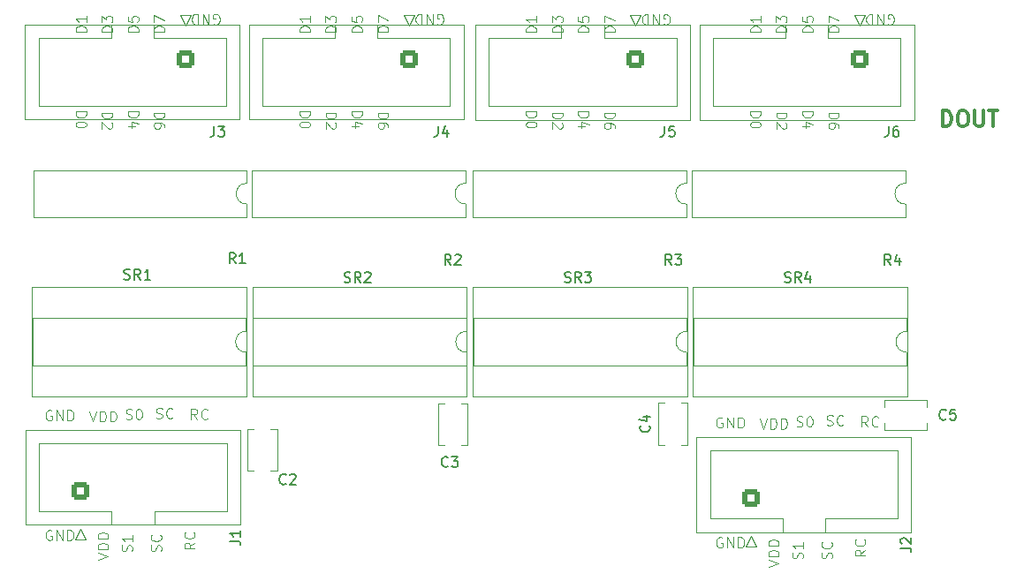
<source format=gto>
G04 #@! TF.GenerationSoftware,KiCad,Pcbnew,(7.0.0)*
G04 #@! TF.CreationDate,2023-06-04T12:17:04+02:00*
G04 #@! TF.ProjectId,DOUT,444f5554-2e6b-4696-9361-645f70636258,rev?*
G04 #@! TF.SameCoordinates,Original*
G04 #@! TF.FileFunction,Legend,Top*
G04 #@! TF.FilePolarity,Positive*
%FSLAX46Y46*%
G04 Gerber Fmt 4.6, Leading zero omitted, Abs format (unit mm)*
G04 Created by KiCad (PCBNEW (7.0.0)) date 2023-06-04 12:17:04*
%MOMM*%
%LPD*%
G01*
G04 APERTURE LIST*
G04 Aperture macros list*
%AMRoundRect*
0 Rectangle with rounded corners*
0 $1 Rounding radius*
0 $2 $3 $4 $5 $6 $7 $8 $9 X,Y pos of 4 corners*
0 Add a 4 corners polygon primitive as box body*
4,1,4,$2,$3,$4,$5,$6,$7,$8,$9,$2,$3,0*
0 Add four circle primitives for the rounded corners*
1,1,$1+$1,$2,$3*
1,1,$1+$1,$4,$5*
1,1,$1+$1,$6,$7*
1,1,$1+$1,$8,$9*
0 Add four rect primitives between the rounded corners*
20,1,$1+$1,$2,$3,$4,$5,0*
20,1,$1+$1,$4,$5,$6,$7,0*
20,1,$1+$1,$6,$7,$8,$9,0*
20,1,$1+$1,$8,$9,$2,$3,0*%
G04 Aperture macros list end*
%ADD10C,0.300000*%
%ADD11C,0.150000*%
%ADD12C,0.100000*%
%ADD13C,0.120000*%
%ADD14RoundRect,0.250000X-0.600000X0.600000X-0.600000X-0.600000X0.600000X-0.600000X0.600000X0.600000X0*%
%ADD15C,1.700000*%
%ADD16RoundRect,0.250000X0.600000X-0.600000X0.600000X0.600000X-0.600000X0.600000X-0.600000X-0.600000X0*%
%ADD17C,3.200000*%
%ADD18R,1.600000X2.400000*%
%ADD19O,1.600000X2.400000*%
%ADD20C,1.600000*%
G04 APERTURE END LIST*
D10*
X235357142Y-50673571D02*
X235357142Y-49173571D01*
X235357142Y-49173571D02*
X235714285Y-49173571D01*
X235714285Y-49173571D02*
X235928571Y-49245000D01*
X235928571Y-49245000D02*
X236071428Y-49387857D01*
X236071428Y-49387857D02*
X236142857Y-49530714D01*
X236142857Y-49530714D02*
X236214285Y-49816428D01*
X236214285Y-49816428D02*
X236214285Y-50030714D01*
X236214285Y-50030714D02*
X236142857Y-50316428D01*
X236142857Y-50316428D02*
X236071428Y-50459285D01*
X236071428Y-50459285D02*
X235928571Y-50602142D01*
X235928571Y-50602142D02*
X235714285Y-50673571D01*
X235714285Y-50673571D02*
X235357142Y-50673571D01*
X237142857Y-49173571D02*
X237428571Y-49173571D01*
X237428571Y-49173571D02*
X237571428Y-49245000D01*
X237571428Y-49245000D02*
X237714285Y-49387857D01*
X237714285Y-49387857D02*
X237785714Y-49673571D01*
X237785714Y-49673571D02*
X237785714Y-50173571D01*
X237785714Y-50173571D02*
X237714285Y-50459285D01*
X237714285Y-50459285D02*
X237571428Y-50602142D01*
X237571428Y-50602142D02*
X237428571Y-50673571D01*
X237428571Y-50673571D02*
X237142857Y-50673571D01*
X237142857Y-50673571D02*
X237000000Y-50602142D01*
X237000000Y-50602142D02*
X236857142Y-50459285D01*
X236857142Y-50459285D02*
X236785714Y-50173571D01*
X236785714Y-50173571D02*
X236785714Y-49673571D01*
X236785714Y-49673571D02*
X236857142Y-49387857D01*
X236857142Y-49387857D02*
X237000000Y-49245000D01*
X237000000Y-49245000D02*
X237142857Y-49173571D01*
X238428571Y-49173571D02*
X238428571Y-50387857D01*
X238428571Y-50387857D02*
X238500000Y-50530714D01*
X238500000Y-50530714D02*
X238571429Y-50602142D01*
X238571429Y-50602142D02*
X238714286Y-50673571D01*
X238714286Y-50673571D02*
X239000000Y-50673571D01*
X239000000Y-50673571D02*
X239142857Y-50602142D01*
X239142857Y-50602142D02*
X239214286Y-50530714D01*
X239214286Y-50530714D02*
X239285714Y-50387857D01*
X239285714Y-50387857D02*
X239285714Y-49173571D01*
X239785715Y-49173571D02*
X240642858Y-49173571D01*
X240214286Y-50673571D02*
X240214286Y-49173571D01*
D11*
X230166666Y-50657380D02*
X230166666Y-51371666D01*
X230166666Y-51371666D02*
X230119047Y-51514523D01*
X230119047Y-51514523D02*
X230023809Y-51609761D01*
X230023809Y-51609761D02*
X229880952Y-51657380D01*
X229880952Y-51657380D02*
X229785714Y-51657380D01*
X231071428Y-50657380D02*
X230880952Y-50657380D01*
X230880952Y-50657380D02*
X230785714Y-50705000D01*
X230785714Y-50705000D02*
X230738095Y-50752619D01*
X230738095Y-50752619D02*
X230642857Y-50895476D01*
X230642857Y-50895476D02*
X230595238Y-51085952D01*
X230595238Y-51085952D02*
X230595238Y-51466904D01*
X230595238Y-51466904D02*
X230642857Y-51562142D01*
X230642857Y-51562142D02*
X230690476Y-51609761D01*
X230690476Y-51609761D02*
X230785714Y-51657380D01*
X230785714Y-51657380D02*
X230976190Y-51657380D01*
X230976190Y-51657380D02*
X231071428Y-51609761D01*
X231071428Y-51609761D02*
X231119047Y-51562142D01*
X231119047Y-51562142D02*
X231166666Y-51466904D01*
X231166666Y-51466904D02*
X231166666Y-51228809D01*
X231166666Y-51228809D02*
X231119047Y-51133571D01*
X231119047Y-51133571D02*
X231071428Y-51085952D01*
X231071428Y-51085952D02*
X230976190Y-51038333D01*
X230976190Y-51038333D02*
X230785714Y-51038333D01*
X230785714Y-51038333D02*
X230690476Y-51085952D01*
X230690476Y-51085952D02*
X230642857Y-51133571D01*
X230642857Y-51133571D02*
X230595238Y-51228809D01*
D12*
X224406839Y-49374227D02*
X225406839Y-49374227D01*
X225406839Y-49374227D02*
X225406839Y-49612322D01*
X225406839Y-49612322D02*
X225359220Y-49755179D01*
X225359220Y-49755179D02*
X225263981Y-49850417D01*
X225263981Y-49850417D02*
X225168743Y-49898036D01*
X225168743Y-49898036D02*
X224978267Y-49945655D01*
X224978267Y-49945655D02*
X224835410Y-49945655D01*
X224835410Y-49945655D02*
X224644934Y-49898036D01*
X224644934Y-49898036D02*
X224549696Y-49850417D01*
X224549696Y-49850417D02*
X224454458Y-49755179D01*
X224454458Y-49755179D02*
X224406839Y-49612322D01*
X224406839Y-49612322D02*
X224406839Y-49374227D01*
X225406839Y-50802798D02*
X225406839Y-50612322D01*
X225406839Y-50612322D02*
X225359220Y-50517084D01*
X225359220Y-50517084D02*
X225311600Y-50469465D01*
X225311600Y-50469465D02*
X225168743Y-50374227D01*
X225168743Y-50374227D02*
X224978267Y-50326608D01*
X224978267Y-50326608D02*
X224597315Y-50326608D01*
X224597315Y-50326608D02*
X224502077Y-50374227D01*
X224502077Y-50374227D02*
X224454458Y-50421846D01*
X224454458Y-50421846D02*
X224406839Y-50517084D01*
X224406839Y-50517084D02*
X224406839Y-50707560D01*
X224406839Y-50707560D02*
X224454458Y-50802798D01*
X224454458Y-50802798D02*
X224502077Y-50850417D01*
X224502077Y-50850417D02*
X224597315Y-50898036D01*
X224597315Y-50898036D02*
X224835410Y-50898036D01*
X224835410Y-50898036D02*
X224930648Y-50850417D01*
X224930648Y-50850417D02*
X224978267Y-50802798D01*
X224978267Y-50802798D02*
X225025886Y-50707560D01*
X225025886Y-50707560D02*
X225025886Y-50517084D01*
X225025886Y-50517084D02*
X224978267Y-50421846D01*
X224978267Y-50421846D02*
X224930648Y-50374227D01*
X224930648Y-50374227D02*
X224835410Y-50326608D01*
X221907619Y-49268095D02*
X222907619Y-49268095D01*
X222907619Y-49268095D02*
X222907619Y-49506190D01*
X222907619Y-49506190D02*
X222860000Y-49649047D01*
X222860000Y-49649047D02*
X222764761Y-49744285D01*
X222764761Y-49744285D02*
X222669523Y-49791904D01*
X222669523Y-49791904D02*
X222479047Y-49839523D01*
X222479047Y-49839523D02*
X222336190Y-49839523D01*
X222336190Y-49839523D02*
X222145714Y-49791904D01*
X222145714Y-49791904D02*
X222050476Y-49744285D01*
X222050476Y-49744285D02*
X221955238Y-49649047D01*
X221955238Y-49649047D02*
X221907619Y-49506190D01*
X221907619Y-49506190D02*
X221907619Y-49268095D01*
X222574285Y-50696666D02*
X221907619Y-50696666D01*
X222955238Y-50458571D02*
X222240952Y-50220476D01*
X222240952Y-50220476D02*
X222240952Y-50839523D01*
X220402380Y-41621904D02*
X219402380Y-41621904D01*
X219402380Y-41621904D02*
X219402380Y-41383809D01*
X219402380Y-41383809D02*
X219450000Y-41240952D01*
X219450000Y-41240952D02*
X219545238Y-41145714D01*
X219545238Y-41145714D02*
X219640476Y-41098095D01*
X219640476Y-41098095D02*
X219830952Y-41050476D01*
X219830952Y-41050476D02*
X219973809Y-41050476D01*
X219973809Y-41050476D02*
X220164285Y-41098095D01*
X220164285Y-41098095D02*
X220259523Y-41145714D01*
X220259523Y-41145714D02*
X220354761Y-41240952D01*
X220354761Y-41240952D02*
X220402380Y-41383809D01*
X220402380Y-41383809D02*
X220402380Y-41621904D01*
X219402380Y-40717142D02*
X219402380Y-40098095D01*
X219402380Y-40098095D02*
X219783333Y-40431428D01*
X219783333Y-40431428D02*
X219783333Y-40288571D01*
X219783333Y-40288571D02*
X219830952Y-40193333D01*
X219830952Y-40193333D02*
X219878571Y-40145714D01*
X219878571Y-40145714D02*
X219973809Y-40098095D01*
X219973809Y-40098095D02*
X220211904Y-40098095D01*
X220211904Y-40098095D02*
X220307142Y-40145714D01*
X220307142Y-40145714D02*
X220354761Y-40193333D01*
X220354761Y-40193333D02*
X220402380Y-40288571D01*
X220402380Y-40288571D02*
X220402380Y-40574285D01*
X220402380Y-40574285D02*
X220354761Y-40669523D01*
X220354761Y-40669523D02*
X220307142Y-40717142D01*
X222902380Y-41621904D02*
X221902380Y-41621904D01*
X221902380Y-41621904D02*
X221902380Y-41383809D01*
X221902380Y-41383809D02*
X221950000Y-41240952D01*
X221950000Y-41240952D02*
X222045238Y-41145714D01*
X222045238Y-41145714D02*
X222140476Y-41098095D01*
X222140476Y-41098095D02*
X222330952Y-41050476D01*
X222330952Y-41050476D02*
X222473809Y-41050476D01*
X222473809Y-41050476D02*
X222664285Y-41098095D01*
X222664285Y-41098095D02*
X222759523Y-41145714D01*
X222759523Y-41145714D02*
X222854761Y-41240952D01*
X222854761Y-41240952D02*
X222902380Y-41383809D01*
X222902380Y-41383809D02*
X222902380Y-41621904D01*
X221902380Y-40145714D02*
X221902380Y-40621904D01*
X221902380Y-40621904D02*
X222378571Y-40669523D01*
X222378571Y-40669523D02*
X222330952Y-40621904D01*
X222330952Y-40621904D02*
X222283333Y-40526666D01*
X222283333Y-40526666D02*
X222283333Y-40288571D01*
X222283333Y-40288571D02*
X222330952Y-40193333D01*
X222330952Y-40193333D02*
X222378571Y-40145714D01*
X222378571Y-40145714D02*
X222473809Y-40098095D01*
X222473809Y-40098095D02*
X222711904Y-40098095D01*
X222711904Y-40098095D02*
X222807142Y-40145714D01*
X222807142Y-40145714D02*
X222854761Y-40193333D01*
X222854761Y-40193333D02*
X222902380Y-40288571D01*
X222902380Y-40288571D02*
X222902380Y-40526666D01*
X222902380Y-40526666D02*
X222854761Y-40621904D01*
X222854761Y-40621904D02*
X222807142Y-40669523D01*
X225402380Y-41621904D02*
X224402380Y-41621904D01*
X224402380Y-41621904D02*
X224402380Y-41383809D01*
X224402380Y-41383809D02*
X224450000Y-41240952D01*
X224450000Y-41240952D02*
X224545238Y-41145714D01*
X224545238Y-41145714D02*
X224640476Y-41098095D01*
X224640476Y-41098095D02*
X224830952Y-41050476D01*
X224830952Y-41050476D02*
X224973809Y-41050476D01*
X224973809Y-41050476D02*
X225164285Y-41098095D01*
X225164285Y-41098095D02*
X225259523Y-41145714D01*
X225259523Y-41145714D02*
X225354761Y-41240952D01*
X225354761Y-41240952D02*
X225402380Y-41383809D01*
X225402380Y-41383809D02*
X225402380Y-41621904D01*
X224402380Y-40717142D02*
X224402380Y-40050476D01*
X224402380Y-40050476D02*
X225402380Y-40479047D01*
X219406839Y-49374227D02*
X220406839Y-49374227D01*
X220406839Y-49374227D02*
X220406839Y-49612322D01*
X220406839Y-49612322D02*
X220359220Y-49755179D01*
X220359220Y-49755179D02*
X220263981Y-49850417D01*
X220263981Y-49850417D02*
X220168743Y-49898036D01*
X220168743Y-49898036D02*
X219978267Y-49945655D01*
X219978267Y-49945655D02*
X219835410Y-49945655D01*
X219835410Y-49945655D02*
X219644934Y-49898036D01*
X219644934Y-49898036D02*
X219549696Y-49850417D01*
X219549696Y-49850417D02*
X219454458Y-49755179D01*
X219454458Y-49755179D02*
X219406839Y-49612322D01*
X219406839Y-49612322D02*
X219406839Y-49374227D01*
X220311600Y-50326608D02*
X220359220Y-50374227D01*
X220359220Y-50374227D02*
X220406839Y-50469465D01*
X220406839Y-50469465D02*
X220406839Y-50707560D01*
X220406839Y-50707560D02*
X220359220Y-50802798D01*
X220359220Y-50802798D02*
X220311600Y-50850417D01*
X220311600Y-50850417D02*
X220216362Y-50898036D01*
X220216362Y-50898036D02*
X220121124Y-50898036D01*
X220121124Y-50898036D02*
X219978267Y-50850417D01*
X219978267Y-50850417D02*
X219406839Y-50278989D01*
X219406839Y-50278989D02*
X219406839Y-50898036D01*
X217902380Y-41621904D02*
X216902380Y-41621904D01*
X216902380Y-41621904D02*
X216902380Y-41383809D01*
X216902380Y-41383809D02*
X216950000Y-41240952D01*
X216950000Y-41240952D02*
X217045238Y-41145714D01*
X217045238Y-41145714D02*
X217140476Y-41098095D01*
X217140476Y-41098095D02*
X217330952Y-41050476D01*
X217330952Y-41050476D02*
X217473809Y-41050476D01*
X217473809Y-41050476D02*
X217664285Y-41098095D01*
X217664285Y-41098095D02*
X217759523Y-41145714D01*
X217759523Y-41145714D02*
X217854761Y-41240952D01*
X217854761Y-41240952D02*
X217902380Y-41383809D01*
X217902380Y-41383809D02*
X217902380Y-41621904D01*
X217902380Y-40098095D02*
X217902380Y-40669523D01*
X217902380Y-40383809D02*
X216902380Y-40383809D01*
X216902380Y-40383809D02*
X217045238Y-40479047D01*
X217045238Y-40479047D02*
X217140476Y-40574285D01*
X217140476Y-40574285D02*
X217188095Y-40669523D01*
X216907619Y-49268095D02*
X217907619Y-49268095D01*
X217907619Y-49268095D02*
X217907619Y-49506190D01*
X217907619Y-49506190D02*
X217860000Y-49649047D01*
X217860000Y-49649047D02*
X217764761Y-49744285D01*
X217764761Y-49744285D02*
X217669523Y-49791904D01*
X217669523Y-49791904D02*
X217479047Y-49839523D01*
X217479047Y-49839523D02*
X217336190Y-49839523D01*
X217336190Y-49839523D02*
X217145714Y-49791904D01*
X217145714Y-49791904D02*
X217050476Y-49744285D01*
X217050476Y-49744285D02*
X216955238Y-49649047D01*
X216955238Y-49649047D02*
X216907619Y-49506190D01*
X216907619Y-49506190D02*
X216907619Y-49268095D01*
X217907619Y-50458571D02*
X217907619Y-50553809D01*
X217907619Y-50553809D02*
X217860000Y-50649047D01*
X217860000Y-50649047D02*
X217812380Y-50696666D01*
X217812380Y-50696666D02*
X217717142Y-50744285D01*
X217717142Y-50744285D02*
X217526666Y-50791904D01*
X217526666Y-50791904D02*
X217288571Y-50791904D01*
X217288571Y-50791904D02*
X217098095Y-50744285D01*
X217098095Y-50744285D02*
X217002857Y-50696666D01*
X217002857Y-50696666D02*
X216955238Y-50649047D01*
X216955238Y-50649047D02*
X216907619Y-50553809D01*
X216907619Y-50553809D02*
X216907619Y-50458571D01*
X216907619Y-50458571D02*
X216955238Y-50363333D01*
X216955238Y-50363333D02*
X217002857Y-50315714D01*
X217002857Y-50315714D02*
X217098095Y-50268095D01*
X217098095Y-50268095D02*
X217288571Y-50220476D01*
X217288571Y-50220476D02*
X217526666Y-50220476D01*
X217526666Y-50220476D02*
X217717142Y-50268095D01*
X217717142Y-50268095D02*
X217812380Y-50315714D01*
X217812380Y-50315714D02*
X217860000Y-50363333D01*
X217860000Y-50363333D02*
X217907619Y-50458571D01*
X230128095Y-40870000D02*
X230223333Y-40917619D01*
X230223333Y-40917619D02*
X230366190Y-40917619D01*
X230366190Y-40917619D02*
X230509047Y-40870000D01*
X230509047Y-40870000D02*
X230604285Y-40774761D01*
X230604285Y-40774761D02*
X230651904Y-40679523D01*
X230651904Y-40679523D02*
X230699523Y-40489047D01*
X230699523Y-40489047D02*
X230699523Y-40346190D01*
X230699523Y-40346190D02*
X230651904Y-40155714D01*
X230651904Y-40155714D02*
X230604285Y-40060476D01*
X230604285Y-40060476D02*
X230509047Y-39965238D01*
X230509047Y-39965238D02*
X230366190Y-39917619D01*
X230366190Y-39917619D02*
X230270952Y-39917619D01*
X230270952Y-39917619D02*
X230128095Y-39965238D01*
X230128095Y-39965238D02*
X230080476Y-40012857D01*
X230080476Y-40012857D02*
X230080476Y-40346190D01*
X230080476Y-40346190D02*
X230270952Y-40346190D01*
X229651904Y-39917619D02*
X229651904Y-40917619D01*
X229651904Y-40917619D02*
X229080476Y-39917619D01*
X229080476Y-39917619D02*
X229080476Y-40917619D01*
X228604285Y-39917619D02*
X228604285Y-40917619D01*
X228604285Y-40917619D02*
X228366190Y-40917619D01*
X228366190Y-40917619D02*
X228223333Y-40870000D01*
X228223333Y-40870000D02*
X228128095Y-40774761D01*
X228128095Y-40774761D02*
X228080476Y-40679523D01*
X228080476Y-40679523D02*
X228032857Y-40489047D01*
X228032857Y-40489047D02*
X228032857Y-40346190D01*
X228032857Y-40346190D02*
X228080476Y-40155714D01*
X228080476Y-40155714D02*
X228128095Y-40060476D01*
X228128095Y-40060476D02*
X228223333Y-39965238D01*
X228223333Y-39965238D02*
X228366190Y-39917619D01*
X228366190Y-39917619D02*
X228604285Y-39917619D01*
D11*
X208686666Y-50657380D02*
X208686666Y-51371666D01*
X208686666Y-51371666D02*
X208639047Y-51514523D01*
X208639047Y-51514523D02*
X208543809Y-51609761D01*
X208543809Y-51609761D02*
X208400952Y-51657380D01*
X208400952Y-51657380D02*
X208305714Y-51657380D01*
X209639047Y-50657380D02*
X209162857Y-50657380D01*
X209162857Y-50657380D02*
X209115238Y-51133571D01*
X209115238Y-51133571D02*
X209162857Y-51085952D01*
X209162857Y-51085952D02*
X209258095Y-51038333D01*
X209258095Y-51038333D02*
X209496190Y-51038333D01*
X209496190Y-51038333D02*
X209591428Y-51085952D01*
X209591428Y-51085952D02*
X209639047Y-51133571D01*
X209639047Y-51133571D02*
X209686666Y-51228809D01*
X209686666Y-51228809D02*
X209686666Y-51466904D01*
X209686666Y-51466904D02*
X209639047Y-51562142D01*
X209639047Y-51562142D02*
X209591428Y-51609761D01*
X209591428Y-51609761D02*
X209496190Y-51657380D01*
X209496190Y-51657380D02*
X209258095Y-51657380D01*
X209258095Y-51657380D02*
X209162857Y-51609761D01*
X209162857Y-51609761D02*
X209115238Y-51562142D01*
D12*
X202926839Y-49374227D02*
X203926839Y-49374227D01*
X203926839Y-49374227D02*
X203926839Y-49612322D01*
X203926839Y-49612322D02*
X203879220Y-49755179D01*
X203879220Y-49755179D02*
X203783981Y-49850417D01*
X203783981Y-49850417D02*
X203688743Y-49898036D01*
X203688743Y-49898036D02*
X203498267Y-49945655D01*
X203498267Y-49945655D02*
X203355410Y-49945655D01*
X203355410Y-49945655D02*
X203164934Y-49898036D01*
X203164934Y-49898036D02*
X203069696Y-49850417D01*
X203069696Y-49850417D02*
X202974458Y-49755179D01*
X202974458Y-49755179D02*
X202926839Y-49612322D01*
X202926839Y-49612322D02*
X202926839Y-49374227D01*
X203926839Y-50802798D02*
X203926839Y-50612322D01*
X203926839Y-50612322D02*
X203879220Y-50517084D01*
X203879220Y-50517084D02*
X203831600Y-50469465D01*
X203831600Y-50469465D02*
X203688743Y-50374227D01*
X203688743Y-50374227D02*
X203498267Y-50326608D01*
X203498267Y-50326608D02*
X203117315Y-50326608D01*
X203117315Y-50326608D02*
X203022077Y-50374227D01*
X203022077Y-50374227D02*
X202974458Y-50421846D01*
X202974458Y-50421846D02*
X202926839Y-50517084D01*
X202926839Y-50517084D02*
X202926839Y-50707560D01*
X202926839Y-50707560D02*
X202974458Y-50802798D01*
X202974458Y-50802798D02*
X203022077Y-50850417D01*
X203022077Y-50850417D02*
X203117315Y-50898036D01*
X203117315Y-50898036D02*
X203355410Y-50898036D01*
X203355410Y-50898036D02*
X203450648Y-50850417D01*
X203450648Y-50850417D02*
X203498267Y-50802798D01*
X203498267Y-50802798D02*
X203545886Y-50707560D01*
X203545886Y-50707560D02*
X203545886Y-50517084D01*
X203545886Y-50517084D02*
X203498267Y-50421846D01*
X203498267Y-50421846D02*
X203450648Y-50374227D01*
X203450648Y-50374227D02*
X203355410Y-50326608D01*
X200427619Y-49268095D02*
X201427619Y-49268095D01*
X201427619Y-49268095D02*
X201427619Y-49506190D01*
X201427619Y-49506190D02*
X201380000Y-49649047D01*
X201380000Y-49649047D02*
X201284761Y-49744285D01*
X201284761Y-49744285D02*
X201189523Y-49791904D01*
X201189523Y-49791904D02*
X200999047Y-49839523D01*
X200999047Y-49839523D02*
X200856190Y-49839523D01*
X200856190Y-49839523D02*
X200665714Y-49791904D01*
X200665714Y-49791904D02*
X200570476Y-49744285D01*
X200570476Y-49744285D02*
X200475238Y-49649047D01*
X200475238Y-49649047D02*
X200427619Y-49506190D01*
X200427619Y-49506190D02*
X200427619Y-49268095D01*
X201094285Y-50696666D02*
X200427619Y-50696666D01*
X201475238Y-50458571D02*
X200760952Y-50220476D01*
X200760952Y-50220476D02*
X200760952Y-50839523D01*
X198922380Y-41621904D02*
X197922380Y-41621904D01*
X197922380Y-41621904D02*
X197922380Y-41383809D01*
X197922380Y-41383809D02*
X197970000Y-41240952D01*
X197970000Y-41240952D02*
X198065238Y-41145714D01*
X198065238Y-41145714D02*
X198160476Y-41098095D01*
X198160476Y-41098095D02*
X198350952Y-41050476D01*
X198350952Y-41050476D02*
X198493809Y-41050476D01*
X198493809Y-41050476D02*
X198684285Y-41098095D01*
X198684285Y-41098095D02*
X198779523Y-41145714D01*
X198779523Y-41145714D02*
X198874761Y-41240952D01*
X198874761Y-41240952D02*
X198922380Y-41383809D01*
X198922380Y-41383809D02*
X198922380Y-41621904D01*
X197922380Y-40717142D02*
X197922380Y-40098095D01*
X197922380Y-40098095D02*
X198303333Y-40431428D01*
X198303333Y-40431428D02*
X198303333Y-40288571D01*
X198303333Y-40288571D02*
X198350952Y-40193333D01*
X198350952Y-40193333D02*
X198398571Y-40145714D01*
X198398571Y-40145714D02*
X198493809Y-40098095D01*
X198493809Y-40098095D02*
X198731904Y-40098095D01*
X198731904Y-40098095D02*
X198827142Y-40145714D01*
X198827142Y-40145714D02*
X198874761Y-40193333D01*
X198874761Y-40193333D02*
X198922380Y-40288571D01*
X198922380Y-40288571D02*
X198922380Y-40574285D01*
X198922380Y-40574285D02*
X198874761Y-40669523D01*
X198874761Y-40669523D02*
X198827142Y-40717142D01*
X201422380Y-41621904D02*
X200422380Y-41621904D01*
X200422380Y-41621904D02*
X200422380Y-41383809D01*
X200422380Y-41383809D02*
X200470000Y-41240952D01*
X200470000Y-41240952D02*
X200565238Y-41145714D01*
X200565238Y-41145714D02*
X200660476Y-41098095D01*
X200660476Y-41098095D02*
X200850952Y-41050476D01*
X200850952Y-41050476D02*
X200993809Y-41050476D01*
X200993809Y-41050476D02*
X201184285Y-41098095D01*
X201184285Y-41098095D02*
X201279523Y-41145714D01*
X201279523Y-41145714D02*
X201374761Y-41240952D01*
X201374761Y-41240952D02*
X201422380Y-41383809D01*
X201422380Y-41383809D02*
X201422380Y-41621904D01*
X200422380Y-40145714D02*
X200422380Y-40621904D01*
X200422380Y-40621904D02*
X200898571Y-40669523D01*
X200898571Y-40669523D02*
X200850952Y-40621904D01*
X200850952Y-40621904D02*
X200803333Y-40526666D01*
X200803333Y-40526666D02*
X200803333Y-40288571D01*
X200803333Y-40288571D02*
X200850952Y-40193333D01*
X200850952Y-40193333D02*
X200898571Y-40145714D01*
X200898571Y-40145714D02*
X200993809Y-40098095D01*
X200993809Y-40098095D02*
X201231904Y-40098095D01*
X201231904Y-40098095D02*
X201327142Y-40145714D01*
X201327142Y-40145714D02*
X201374761Y-40193333D01*
X201374761Y-40193333D02*
X201422380Y-40288571D01*
X201422380Y-40288571D02*
X201422380Y-40526666D01*
X201422380Y-40526666D02*
X201374761Y-40621904D01*
X201374761Y-40621904D02*
X201327142Y-40669523D01*
X203922380Y-41621904D02*
X202922380Y-41621904D01*
X202922380Y-41621904D02*
X202922380Y-41383809D01*
X202922380Y-41383809D02*
X202970000Y-41240952D01*
X202970000Y-41240952D02*
X203065238Y-41145714D01*
X203065238Y-41145714D02*
X203160476Y-41098095D01*
X203160476Y-41098095D02*
X203350952Y-41050476D01*
X203350952Y-41050476D02*
X203493809Y-41050476D01*
X203493809Y-41050476D02*
X203684285Y-41098095D01*
X203684285Y-41098095D02*
X203779523Y-41145714D01*
X203779523Y-41145714D02*
X203874761Y-41240952D01*
X203874761Y-41240952D02*
X203922380Y-41383809D01*
X203922380Y-41383809D02*
X203922380Y-41621904D01*
X202922380Y-40717142D02*
X202922380Y-40050476D01*
X202922380Y-40050476D02*
X203922380Y-40479047D01*
X197926839Y-49374227D02*
X198926839Y-49374227D01*
X198926839Y-49374227D02*
X198926839Y-49612322D01*
X198926839Y-49612322D02*
X198879220Y-49755179D01*
X198879220Y-49755179D02*
X198783981Y-49850417D01*
X198783981Y-49850417D02*
X198688743Y-49898036D01*
X198688743Y-49898036D02*
X198498267Y-49945655D01*
X198498267Y-49945655D02*
X198355410Y-49945655D01*
X198355410Y-49945655D02*
X198164934Y-49898036D01*
X198164934Y-49898036D02*
X198069696Y-49850417D01*
X198069696Y-49850417D02*
X197974458Y-49755179D01*
X197974458Y-49755179D02*
X197926839Y-49612322D01*
X197926839Y-49612322D02*
X197926839Y-49374227D01*
X198831600Y-50326608D02*
X198879220Y-50374227D01*
X198879220Y-50374227D02*
X198926839Y-50469465D01*
X198926839Y-50469465D02*
X198926839Y-50707560D01*
X198926839Y-50707560D02*
X198879220Y-50802798D01*
X198879220Y-50802798D02*
X198831600Y-50850417D01*
X198831600Y-50850417D02*
X198736362Y-50898036D01*
X198736362Y-50898036D02*
X198641124Y-50898036D01*
X198641124Y-50898036D02*
X198498267Y-50850417D01*
X198498267Y-50850417D02*
X197926839Y-50278989D01*
X197926839Y-50278989D02*
X197926839Y-50898036D01*
X196422380Y-41621904D02*
X195422380Y-41621904D01*
X195422380Y-41621904D02*
X195422380Y-41383809D01*
X195422380Y-41383809D02*
X195470000Y-41240952D01*
X195470000Y-41240952D02*
X195565238Y-41145714D01*
X195565238Y-41145714D02*
X195660476Y-41098095D01*
X195660476Y-41098095D02*
X195850952Y-41050476D01*
X195850952Y-41050476D02*
X195993809Y-41050476D01*
X195993809Y-41050476D02*
X196184285Y-41098095D01*
X196184285Y-41098095D02*
X196279523Y-41145714D01*
X196279523Y-41145714D02*
X196374761Y-41240952D01*
X196374761Y-41240952D02*
X196422380Y-41383809D01*
X196422380Y-41383809D02*
X196422380Y-41621904D01*
X196422380Y-40098095D02*
X196422380Y-40669523D01*
X196422380Y-40383809D02*
X195422380Y-40383809D01*
X195422380Y-40383809D02*
X195565238Y-40479047D01*
X195565238Y-40479047D02*
X195660476Y-40574285D01*
X195660476Y-40574285D02*
X195708095Y-40669523D01*
X195427619Y-49268095D02*
X196427619Y-49268095D01*
X196427619Y-49268095D02*
X196427619Y-49506190D01*
X196427619Y-49506190D02*
X196380000Y-49649047D01*
X196380000Y-49649047D02*
X196284761Y-49744285D01*
X196284761Y-49744285D02*
X196189523Y-49791904D01*
X196189523Y-49791904D02*
X195999047Y-49839523D01*
X195999047Y-49839523D02*
X195856190Y-49839523D01*
X195856190Y-49839523D02*
X195665714Y-49791904D01*
X195665714Y-49791904D02*
X195570476Y-49744285D01*
X195570476Y-49744285D02*
X195475238Y-49649047D01*
X195475238Y-49649047D02*
X195427619Y-49506190D01*
X195427619Y-49506190D02*
X195427619Y-49268095D01*
X196427619Y-50458571D02*
X196427619Y-50553809D01*
X196427619Y-50553809D02*
X196380000Y-50649047D01*
X196380000Y-50649047D02*
X196332380Y-50696666D01*
X196332380Y-50696666D02*
X196237142Y-50744285D01*
X196237142Y-50744285D02*
X196046666Y-50791904D01*
X196046666Y-50791904D02*
X195808571Y-50791904D01*
X195808571Y-50791904D02*
X195618095Y-50744285D01*
X195618095Y-50744285D02*
X195522857Y-50696666D01*
X195522857Y-50696666D02*
X195475238Y-50649047D01*
X195475238Y-50649047D02*
X195427619Y-50553809D01*
X195427619Y-50553809D02*
X195427619Y-50458571D01*
X195427619Y-50458571D02*
X195475238Y-50363333D01*
X195475238Y-50363333D02*
X195522857Y-50315714D01*
X195522857Y-50315714D02*
X195618095Y-50268095D01*
X195618095Y-50268095D02*
X195808571Y-50220476D01*
X195808571Y-50220476D02*
X196046666Y-50220476D01*
X196046666Y-50220476D02*
X196237142Y-50268095D01*
X196237142Y-50268095D02*
X196332380Y-50315714D01*
X196332380Y-50315714D02*
X196380000Y-50363333D01*
X196380000Y-50363333D02*
X196427619Y-50458571D01*
X208648095Y-40870000D02*
X208743333Y-40917619D01*
X208743333Y-40917619D02*
X208886190Y-40917619D01*
X208886190Y-40917619D02*
X209029047Y-40870000D01*
X209029047Y-40870000D02*
X209124285Y-40774761D01*
X209124285Y-40774761D02*
X209171904Y-40679523D01*
X209171904Y-40679523D02*
X209219523Y-40489047D01*
X209219523Y-40489047D02*
X209219523Y-40346190D01*
X209219523Y-40346190D02*
X209171904Y-40155714D01*
X209171904Y-40155714D02*
X209124285Y-40060476D01*
X209124285Y-40060476D02*
X209029047Y-39965238D01*
X209029047Y-39965238D02*
X208886190Y-39917619D01*
X208886190Y-39917619D02*
X208790952Y-39917619D01*
X208790952Y-39917619D02*
X208648095Y-39965238D01*
X208648095Y-39965238D02*
X208600476Y-40012857D01*
X208600476Y-40012857D02*
X208600476Y-40346190D01*
X208600476Y-40346190D02*
X208790952Y-40346190D01*
X208171904Y-39917619D02*
X208171904Y-40917619D01*
X208171904Y-40917619D02*
X207600476Y-39917619D01*
X207600476Y-39917619D02*
X207600476Y-40917619D01*
X207124285Y-39917619D02*
X207124285Y-40917619D01*
X207124285Y-40917619D02*
X206886190Y-40917619D01*
X206886190Y-40917619D02*
X206743333Y-40870000D01*
X206743333Y-40870000D02*
X206648095Y-40774761D01*
X206648095Y-40774761D02*
X206600476Y-40679523D01*
X206600476Y-40679523D02*
X206552857Y-40489047D01*
X206552857Y-40489047D02*
X206552857Y-40346190D01*
X206552857Y-40346190D02*
X206600476Y-40155714D01*
X206600476Y-40155714D02*
X206648095Y-40060476D01*
X206648095Y-40060476D02*
X206743333Y-39965238D01*
X206743333Y-39965238D02*
X206886190Y-39917619D01*
X206886190Y-39917619D02*
X207124285Y-39917619D01*
D11*
X186986666Y-50647380D02*
X186986666Y-51361666D01*
X186986666Y-51361666D02*
X186939047Y-51504523D01*
X186939047Y-51504523D02*
X186843809Y-51599761D01*
X186843809Y-51599761D02*
X186700952Y-51647380D01*
X186700952Y-51647380D02*
X186605714Y-51647380D01*
X187891428Y-50980714D02*
X187891428Y-51647380D01*
X187653333Y-50599761D02*
X187415238Y-51314047D01*
X187415238Y-51314047D02*
X188034285Y-51314047D01*
D12*
X181226839Y-49364227D02*
X182226839Y-49364227D01*
X182226839Y-49364227D02*
X182226839Y-49602322D01*
X182226839Y-49602322D02*
X182179220Y-49745179D01*
X182179220Y-49745179D02*
X182083981Y-49840417D01*
X182083981Y-49840417D02*
X181988743Y-49888036D01*
X181988743Y-49888036D02*
X181798267Y-49935655D01*
X181798267Y-49935655D02*
X181655410Y-49935655D01*
X181655410Y-49935655D02*
X181464934Y-49888036D01*
X181464934Y-49888036D02*
X181369696Y-49840417D01*
X181369696Y-49840417D02*
X181274458Y-49745179D01*
X181274458Y-49745179D02*
X181226839Y-49602322D01*
X181226839Y-49602322D02*
X181226839Y-49364227D01*
X182226839Y-50792798D02*
X182226839Y-50602322D01*
X182226839Y-50602322D02*
X182179220Y-50507084D01*
X182179220Y-50507084D02*
X182131600Y-50459465D01*
X182131600Y-50459465D02*
X181988743Y-50364227D01*
X181988743Y-50364227D02*
X181798267Y-50316608D01*
X181798267Y-50316608D02*
X181417315Y-50316608D01*
X181417315Y-50316608D02*
X181322077Y-50364227D01*
X181322077Y-50364227D02*
X181274458Y-50411846D01*
X181274458Y-50411846D02*
X181226839Y-50507084D01*
X181226839Y-50507084D02*
X181226839Y-50697560D01*
X181226839Y-50697560D02*
X181274458Y-50792798D01*
X181274458Y-50792798D02*
X181322077Y-50840417D01*
X181322077Y-50840417D02*
X181417315Y-50888036D01*
X181417315Y-50888036D02*
X181655410Y-50888036D01*
X181655410Y-50888036D02*
X181750648Y-50840417D01*
X181750648Y-50840417D02*
X181798267Y-50792798D01*
X181798267Y-50792798D02*
X181845886Y-50697560D01*
X181845886Y-50697560D02*
X181845886Y-50507084D01*
X181845886Y-50507084D02*
X181798267Y-50411846D01*
X181798267Y-50411846D02*
X181750648Y-50364227D01*
X181750648Y-50364227D02*
X181655410Y-50316608D01*
X178727619Y-49258095D02*
X179727619Y-49258095D01*
X179727619Y-49258095D02*
X179727619Y-49496190D01*
X179727619Y-49496190D02*
X179680000Y-49639047D01*
X179680000Y-49639047D02*
X179584761Y-49734285D01*
X179584761Y-49734285D02*
X179489523Y-49781904D01*
X179489523Y-49781904D02*
X179299047Y-49829523D01*
X179299047Y-49829523D02*
X179156190Y-49829523D01*
X179156190Y-49829523D02*
X178965714Y-49781904D01*
X178965714Y-49781904D02*
X178870476Y-49734285D01*
X178870476Y-49734285D02*
X178775238Y-49639047D01*
X178775238Y-49639047D02*
X178727619Y-49496190D01*
X178727619Y-49496190D02*
X178727619Y-49258095D01*
X179394285Y-50686666D02*
X178727619Y-50686666D01*
X179775238Y-50448571D02*
X179060952Y-50210476D01*
X179060952Y-50210476D02*
X179060952Y-50829523D01*
X177222380Y-41611904D02*
X176222380Y-41611904D01*
X176222380Y-41611904D02*
X176222380Y-41373809D01*
X176222380Y-41373809D02*
X176270000Y-41230952D01*
X176270000Y-41230952D02*
X176365238Y-41135714D01*
X176365238Y-41135714D02*
X176460476Y-41088095D01*
X176460476Y-41088095D02*
X176650952Y-41040476D01*
X176650952Y-41040476D02*
X176793809Y-41040476D01*
X176793809Y-41040476D02*
X176984285Y-41088095D01*
X176984285Y-41088095D02*
X177079523Y-41135714D01*
X177079523Y-41135714D02*
X177174761Y-41230952D01*
X177174761Y-41230952D02*
X177222380Y-41373809D01*
X177222380Y-41373809D02*
X177222380Y-41611904D01*
X176222380Y-40707142D02*
X176222380Y-40088095D01*
X176222380Y-40088095D02*
X176603333Y-40421428D01*
X176603333Y-40421428D02*
X176603333Y-40278571D01*
X176603333Y-40278571D02*
X176650952Y-40183333D01*
X176650952Y-40183333D02*
X176698571Y-40135714D01*
X176698571Y-40135714D02*
X176793809Y-40088095D01*
X176793809Y-40088095D02*
X177031904Y-40088095D01*
X177031904Y-40088095D02*
X177127142Y-40135714D01*
X177127142Y-40135714D02*
X177174761Y-40183333D01*
X177174761Y-40183333D02*
X177222380Y-40278571D01*
X177222380Y-40278571D02*
X177222380Y-40564285D01*
X177222380Y-40564285D02*
X177174761Y-40659523D01*
X177174761Y-40659523D02*
X177127142Y-40707142D01*
X179722380Y-41611904D02*
X178722380Y-41611904D01*
X178722380Y-41611904D02*
X178722380Y-41373809D01*
X178722380Y-41373809D02*
X178770000Y-41230952D01*
X178770000Y-41230952D02*
X178865238Y-41135714D01*
X178865238Y-41135714D02*
X178960476Y-41088095D01*
X178960476Y-41088095D02*
X179150952Y-41040476D01*
X179150952Y-41040476D02*
X179293809Y-41040476D01*
X179293809Y-41040476D02*
X179484285Y-41088095D01*
X179484285Y-41088095D02*
X179579523Y-41135714D01*
X179579523Y-41135714D02*
X179674761Y-41230952D01*
X179674761Y-41230952D02*
X179722380Y-41373809D01*
X179722380Y-41373809D02*
X179722380Y-41611904D01*
X178722380Y-40135714D02*
X178722380Y-40611904D01*
X178722380Y-40611904D02*
X179198571Y-40659523D01*
X179198571Y-40659523D02*
X179150952Y-40611904D01*
X179150952Y-40611904D02*
X179103333Y-40516666D01*
X179103333Y-40516666D02*
X179103333Y-40278571D01*
X179103333Y-40278571D02*
X179150952Y-40183333D01*
X179150952Y-40183333D02*
X179198571Y-40135714D01*
X179198571Y-40135714D02*
X179293809Y-40088095D01*
X179293809Y-40088095D02*
X179531904Y-40088095D01*
X179531904Y-40088095D02*
X179627142Y-40135714D01*
X179627142Y-40135714D02*
X179674761Y-40183333D01*
X179674761Y-40183333D02*
X179722380Y-40278571D01*
X179722380Y-40278571D02*
X179722380Y-40516666D01*
X179722380Y-40516666D02*
X179674761Y-40611904D01*
X179674761Y-40611904D02*
X179627142Y-40659523D01*
X182222380Y-41611904D02*
X181222380Y-41611904D01*
X181222380Y-41611904D02*
X181222380Y-41373809D01*
X181222380Y-41373809D02*
X181270000Y-41230952D01*
X181270000Y-41230952D02*
X181365238Y-41135714D01*
X181365238Y-41135714D02*
X181460476Y-41088095D01*
X181460476Y-41088095D02*
X181650952Y-41040476D01*
X181650952Y-41040476D02*
X181793809Y-41040476D01*
X181793809Y-41040476D02*
X181984285Y-41088095D01*
X181984285Y-41088095D02*
X182079523Y-41135714D01*
X182079523Y-41135714D02*
X182174761Y-41230952D01*
X182174761Y-41230952D02*
X182222380Y-41373809D01*
X182222380Y-41373809D02*
X182222380Y-41611904D01*
X181222380Y-40707142D02*
X181222380Y-40040476D01*
X181222380Y-40040476D02*
X182222380Y-40469047D01*
X176226839Y-49364227D02*
X177226839Y-49364227D01*
X177226839Y-49364227D02*
X177226839Y-49602322D01*
X177226839Y-49602322D02*
X177179220Y-49745179D01*
X177179220Y-49745179D02*
X177083981Y-49840417D01*
X177083981Y-49840417D02*
X176988743Y-49888036D01*
X176988743Y-49888036D02*
X176798267Y-49935655D01*
X176798267Y-49935655D02*
X176655410Y-49935655D01*
X176655410Y-49935655D02*
X176464934Y-49888036D01*
X176464934Y-49888036D02*
X176369696Y-49840417D01*
X176369696Y-49840417D02*
X176274458Y-49745179D01*
X176274458Y-49745179D02*
X176226839Y-49602322D01*
X176226839Y-49602322D02*
X176226839Y-49364227D01*
X177131600Y-50316608D02*
X177179220Y-50364227D01*
X177179220Y-50364227D02*
X177226839Y-50459465D01*
X177226839Y-50459465D02*
X177226839Y-50697560D01*
X177226839Y-50697560D02*
X177179220Y-50792798D01*
X177179220Y-50792798D02*
X177131600Y-50840417D01*
X177131600Y-50840417D02*
X177036362Y-50888036D01*
X177036362Y-50888036D02*
X176941124Y-50888036D01*
X176941124Y-50888036D02*
X176798267Y-50840417D01*
X176798267Y-50840417D02*
X176226839Y-50268989D01*
X176226839Y-50268989D02*
X176226839Y-50888036D01*
X174722380Y-41611904D02*
X173722380Y-41611904D01*
X173722380Y-41611904D02*
X173722380Y-41373809D01*
X173722380Y-41373809D02*
X173770000Y-41230952D01*
X173770000Y-41230952D02*
X173865238Y-41135714D01*
X173865238Y-41135714D02*
X173960476Y-41088095D01*
X173960476Y-41088095D02*
X174150952Y-41040476D01*
X174150952Y-41040476D02*
X174293809Y-41040476D01*
X174293809Y-41040476D02*
X174484285Y-41088095D01*
X174484285Y-41088095D02*
X174579523Y-41135714D01*
X174579523Y-41135714D02*
X174674761Y-41230952D01*
X174674761Y-41230952D02*
X174722380Y-41373809D01*
X174722380Y-41373809D02*
X174722380Y-41611904D01*
X174722380Y-40088095D02*
X174722380Y-40659523D01*
X174722380Y-40373809D02*
X173722380Y-40373809D01*
X173722380Y-40373809D02*
X173865238Y-40469047D01*
X173865238Y-40469047D02*
X173960476Y-40564285D01*
X173960476Y-40564285D02*
X174008095Y-40659523D01*
X173727619Y-49258095D02*
X174727619Y-49258095D01*
X174727619Y-49258095D02*
X174727619Y-49496190D01*
X174727619Y-49496190D02*
X174680000Y-49639047D01*
X174680000Y-49639047D02*
X174584761Y-49734285D01*
X174584761Y-49734285D02*
X174489523Y-49781904D01*
X174489523Y-49781904D02*
X174299047Y-49829523D01*
X174299047Y-49829523D02*
X174156190Y-49829523D01*
X174156190Y-49829523D02*
X173965714Y-49781904D01*
X173965714Y-49781904D02*
X173870476Y-49734285D01*
X173870476Y-49734285D02*
X173775238Y-49639047D01*
X173775238Y-49639047D02*
X173727619Y-49496190D01*
X173727619Y-49496190D02*
X173727619Y-49258095D01*
X174727619Y-50448571D02*
X174727619Y-50543809D01*
X174727619Y-50543809D02*
X174680000Y-50639047D01*
X174680000Y-50639047D02*
X174632380Y-50686666D01*
X174632380Y-50686666D02*
X174537142Y-50734285D01*
X174537142Y-50734285D02*
X174346666Y-50781904D01*
X174346666Y-50781904D02*
X174108571Y-50781904D01*
X174108571Y-50781904D02*
X173918095Y-50734285D01*
X173918095Y-50734285D02*
X173822857Y-50686666D01*
X173822857Y-50686666D02*
X173775238Y-50639047D01*
X173775238Y-50639047D02*
X173727619Y-50543809D01*
X173727619Y-50543809D02*
X173727619Y-50448571D01*
X173727619Y-50448571D02*
X173775238Y-50353333D01*
X173775238Y-50353333D02*
X173822857Y-50305714D01*
X173822857Y-50305714D02*
X173918095Y-50258095D01*
X173918095Y-50258095D02*
X174108571Y-50210476D01*
X174108571Y-50210476D02*
X174346666Y-50210476D01*
X174346666Y-50210476D02*
X174537142Y-50258095D01*
X174537142Y-50258095D02*
X174632380Y-50305714D01*
X174632380Y-50305714D02*
X174680000Y-50353333D01*
X174680000Y-50353333D02*
X174727619Y-50448571D01*
X186948095Y-40860000D02*
X187043333Y-40907619D01*
X187043333Y-40907619D02*
X187186190Y-40907619D01*
X187186190Y-40907619D02*
X187329047Y-40860000D01*
X187329047Y-40860000D02*
X187424285Y-40764761D01*
X187424285Y-40764761D02*
X187471904Y-40669523D01*
X187471904Y-40669523D02*
X187519523Y-40479047D01*
X187519523Y-40479047D02*
X187519523Y-40336190D01*
X187519523Y-40336190D02*
X187471904Y-40145714D01*
X187471904Y-40145714D02*
X187424285Y-40050476D01*
X187424285Y-40050476D02*
X187329047Y-39955238D01*
X187329047Y-39955238D02*
X187186190Y-39907619D01*
X187186190Y-39907619D02*
X187090952Y-39907619D01*
X187090952Y-39907619D02*
X186948095Y-39955238D01*
X186948095Y-39955238D02*
X186900476Y-40002857D01*
X186900476Y-40002857D02*
X186900476Y-40336190D01*
X186900476Y-40336190D02*
X187090952Y-40336190D01*
X186471904Y-39907619D02*
X186471904Y-40907619D01*
X186471904Y-40907619D02*
X185900476Y-39907619D01*
X185900476Y-39907619D02*
X185900476Y-40907619D01*
X185424285Y-39907619D02*
X185424285Y-40907619D01*
X185424285Y-40907619D02*
X185186190Y-40907619D01*
X185186190Y-40907619D02*
X185043333Y-40860000D01*
X185043333Y-40860000D02*
X184948095Y-40764761D01*
X184948095Y-40764761D02*
X184900476Y-40669523D01*
X184900476Y-40669523D02*
X184852857Y-40479047D01*
X184852857Y-40479047D02*
X184852857Y-40336190D01*
X184852857Y-40336190D02*
X184900476Y-40145714D01*
X184900476Y-40145714D02*
X184948095Y-40050476D01*
X184948095Y-40050476D02*
X185043333Y-39955238D01*
X185043333Y-39955238D02*
X185186190Y-39907619D01*
X185186190Y-39907619D02*
X185424285Y-39907619D01*
D11*
X165546666Y-50647380D02*
X165546666Y-51361666D01*
X165546666Y-51361666D02*
X165499047Y-51504523D01*
X165499047Y-51504523D02*
X165403809Y-51599761D01*
X165403809Y-51599761D02*
X165260952Y-51647380D01*
X165260952Y-51647380D02*
X165165714Y-51647380D01*
X165927619Y-50647380D02*
X166546666Y-50647380D01*
X166546666Y-50647380D02*
X166213333Y-51028333D01*
X166213333Y-51028333D02*
X166356190Y-51028333D01*
X166356190Y-51028333D02*
X166451428Y-51075952D01*
X166451428Y-51075952D02*
X166499047Y-51123571D01*
X166499047Y-51123571D02*
X166546666Y-51218809D01*
X166546666Y-51218809D02*
X166546666Y-51456904D01*
X166546666Y-51456904D02*
X166499047Y-51552142D01*
X166499047Y-51552142D02*
X166451428Y-51599761D01*
X166451428Y-51599761D02*
X166356190Y-51647380D01*
X166356190Y-51647380D02*
X166070476Y-51647380D01*
X166070476Y-51647380D02*
X165975238Y-51599761D01*
X165975238Y-51599761D02*
X165927619Y-51552142D01*
D12*
X159786839Y-49364227D02*
X160786839Y-49364227D01*
X160786839Y-49364227D02*
X160786839Y-49602322D01*
X160786839Y-49602322D02*
X160739220Y-49745179D01*
X160739220Y-49745179D02*
X160643981Y-49840417D01*
X160643981Y-49840417D02*
X160548743Y-49888036D01*
X160548743Y-49888036D02*
X160358267Y-49935655D01*
X160358267Y-49935655D02*
X160215410Y-49935655D01*
X160215410Y-49935655D02*
X160024934Y-49888036D01*
X160024934Y-49888036D02*
X159929696Y-49840417D01*
X159929696Y-49840417D02*
X159834458Y-49745179D01*
X159834458Y-49745179D02*
X159786839Y-49602322D01*
X159786839Y-49602322D02*
X159786839Y-49364227D01*
X160786839Y-50792798D02*
X160786839Y-50602322D01*
X160786839Y-50602322D02*
X160739220Y-50507084D01*
X160739220Y-50507084D02*
X160691600Y-50459465D01*
X160691600Y-50459465D02*
X160548743Y-50364227D01*
X160548743Y-50364227D02*
X160358267Y-50316608D01*
X160358267Y-50316608D02*
X159977315Y-50316608D01*
X159977315Y-50316608D02*
X159882077Y-50364227D01*
X159882077Y-50364227D02*
X159834458Y-50411846D01*
X159834458Y-50411846D02*
X159786839Y-50507084D01*
X159786839Y-50507084D02*
X159786839Y-50697560D01*
X159786839Y-50697560D02*
X159834458Y-50792798D01*
X159834458Y-50792798D02*
X159882077Y-50840417D01*
X159882077Y-50840417D02*
X159977315Y-50888036D01*
X159977315Y-50888036D02*
X160215410Y-50888036D01*
X160215410Y-50888036D02*
X160310648Y-50840417D01*
X160310648Y-50840417D02*
X160358267Y-50792798D01*
X160358267Y-50792798D02*
X160405886Y-50697560D01*
X160405886Y-50697560D02*
X160405886Y-50507084D01*
X160405886Y-50507084D02*
X160358267Y-50411846D01*
X160358267Y-50411846D02*
X160310648Y-50364227D01*
X160310648Y-50364227D02*
X160215410Y-50316608D01*
X157287619Y-49258095D02*
X158287619Y-49258095D01*
X158287619Y-49258095D02*
X158287619Y-49496190D01*
X158287619Y-49496190D02*
X158240000Y-49639047D01*
X158240000Y-49639047D02*
X158144761Y-49734285D01*
X158144761Y-49734285D02*
X158049523Y-49781904D01*
X158049523Y-49781904D02*
X157859047Y-49829523D01*
X157859047Y-49829523D02*
X157716190Y-49829523D01*
X157716190Y-49829523D02*
X157525714Y-49781904D01*
X157525714Y-49781904D02*
X157430476Y-49734285D01*
X157430476Y-49734285D02*
X157335238Y-49639047D01*
X157335238Y-49639047D02*
X157287619Y-49496190D01*
X157287619Y-49496190D02*
X157287619Y-49258095D01*
X157954285Y-50686666D02*
X157287619Y-50686666D01*
X158335238Y-50448571D02*
X157620952Y-50210476D01*
X157620952Y-50210476D02*
X157620952Y-50829523D01*
X155782380Y-41611904D02*
X154782380Y-41611904D01*
X154782380Y-41611904D02*
X154782380Y-41373809D01*
X154782380Y-41373809D02*
X154830000Y-41230952D01*
X154830000Y-41230952D02*
X154925238Y-41135714D01*
X154925238Y-41135714D02*
X155020476Y-41088095D01*
X155020476Y-41088095D02*
X155210952Y-41040476D01*
X155210952Y-41040476D02*
X155353809Y-41040476D01*
X155353809Y-41040476D02*
X155544285Y-41088095D01*
X155544285Y-41088095D02*
X155639523Y-41135714D01*
X155639523Y-41135714D02*
X155734761Y-41230952D01*
X155734761Y-41230952D02*
X155782380Y-41373809D01*
X155782380Y-41373809D02*
X155782380Y-41611904D01*
X154782380Y-40707142D02*
X154782380Y-40088095D01*
X154782380Y-40088095D02*
X155163333Y-40421428D01*
X155163333Y-40421428D02*
X155163333Y-40278571D01*
X155163333Y-40278571D02*
X155210952Y-40183333D01*
X155210952Y-40183333D02*
X155258571Y-40135714D01*
X155258571Y-40135714D02*
X155353809Y-40088095D01*
X155353809Y-40088095D02*
X155591904Y-40088095D01*
X155591904Y-40088095D02*
X155687142Y-40135714D01*
X155687142Y-40135714D02*
X155734761Y-40183333D01*
X155734761Y-40183333D02*
X155782380Y-40278571D01*
X155782380Y-40278571D02*
X155782380Y-40564285D01*
X155782380Y-40564285D02*
X155734761Y-40659523D01*
X155734761Y-40659523D02*
X155687142Y-40707142D01*
X158282380Y-41611904D02*
X157282380Y-41611904D01*
X157282380Y-41611904D02*
X157282380Y-41373809D01*
X157282380Y-41373809D02*
X157330000Y-41230952D01*
X157330000Y-41230952D02*
X157425238Y-41135714D01*
X157425238Y-41135714D02*
X157520476Y-41088095D01*
X157520476Y-41088095D02*
X157710952Y-41040476D01*
X157710952Y-41040476D02*
X157853809Y-41040476D01*
X157853809Y-41040476D02*
X158044285Y-41088095D01*
X158044285Y-41088095D02*
X158139523Y-41135714D01*
X158139523Y-41135714D02*
X158234761Y-41230952D01*
X158234761Y-41230952D02*
X158282380Y-41373809D01*
X158282380Y-41373809D02*
X158282380Y-41611904D01*
X157282380Y-40135714D02*
X157282380Y-40611904D01*
X157282380Y-40611904D02*
X157758571Y-40659523D01*
X157758571Y-40659523D02*
X157710952Y-40611904D01*
X157710952Y-40611904D02*
X157663333Y-40516666D01*
X157663333Y-40516666D02*
X157663333Y-40278571D01*
X157663333Y-40278571D02*
X157710952Y-40183333D01*
X157710952Y-40183333D02*
X157758571Y-40135714D01*
X157758571Y-40135714D02*
X157853809Y-40088095D01*
X157853809Y-40088095D02*
X158091904Y-40088095D01*
X158091904Y-40088095D02*
X158187142Y-40135714D01*
X158187142Y-40135714D02*
X158234761Y-40183333D01*
X158234761Y-40183333D02*
X158282380Y-40278571D01*
X158282380Y-40278571D02*
X158282380Y-40516666D01*
X158282380Y-40516666D02*
X158234761Y-40611904D01*
X158234761Y-40611904D02*
X158187142Y-40659523D01*
X160782380Y-41611904D02*
X159782380Y-41611904D01*
X159782380Y-41611904D02*
X159782380Y-41373809D01*
X159782380Y-41373809D02*
X159830000Y-41230952D01*
X159830000Y-41230952D02*
X159925238Y-41135714D01*
X159925238Y-41135714D02*
X160020476Y-41088095D01*
X160020476Y-41088095D02*
X160210952Y-41040476D01*
X160210952Y-41040476D02*
X160353809Y-41040476D01*
X160353809Y-41040476D02*
X160544285Y-41088095D01*
X160544285Y-41088095D02*
X160639523Y-41135714D01*
X160639523Y-41135714D02*
X160734761Y-41230952D01*
X160734761Y-41230952D02*
X160782380Y-41373809D01*
X160782380Y-41373809D02*
X160782380Y-41611904D01*
X159782380Y-40707142D02*
X159782380Y-40040476D01*
X159782380Y-40040476D02*
X160782380Y-40469047D01*
X154786839Y-49364227D02*
X155786839Y-49364227D01*
X155786839Y-49364227D02*
X155786839Y-49602322D01*
X155786839Y-49602322D02*
X155739220Y-49745179D01*
X155739220Y-49745179D02*
X155643981Y-49840417D01*
X155643981Y-49840417D02*
X155548743Y-49888036D01*
X155548743Y-49888036D02*
X155358267Y-49935655D01*
X155358267Y-49935655D02*
X155215410Y-49935655D01*
X155215410Y-49935655D02*
X155024934Y-49888036D01*
X155024934Y-49888036D02*
X154929696Y-49840417D01*
X154929696Y-49840417D02*
X154834458Y-49745179D01*
X154834458Y-49745179D02*
X154786839Y-49602322D01*
X154786839Y-49602322D02*
X154786839Y-49364227D01*
X155691600Y-50316608D02*
X155739220Y-50364227D01*
X155739220Y-50364227D02*
X155786839Y-50459465D01*
X155786839Y-50459465D02*
X155786839Y-50697560D01*
X155786839Y-50697560D02*
X155739220Y-50792798D01*
X155739220Y-50792798D02*
X155691600Y-50840417D01*
X155691600Y-50840417D02*
X155596362Y-50888036D01*
X155596362Y-50888036D02*
X155501124Y-50888036D01*
X155501124Y-50888036D02*
X155358267Y-50840417D01*
X155358267Y-50840417D02*
X154786839Y-50268989D01*
X154786839Y-50268989D02*
X154786839Y-50888036D01*
X153282380Y-41611904D02*
X152282380Y-41611904D01*
X152282380Y-41611904D02*
X152282380Y-41373809D01*
X152282380Y-41373809D02*
X152330000Y-41230952D01*
X152330000Y-41230952D02*
X152425238Y-41135714D01*
X152425238Y-41135714D02*
X152520476Y-41088095D01*
X152520476Y-41088095D02*
X152710952Y-41040476D01*
X152710952Y-41040476D02*
X152853809Y-41040476D01*
X152853809Y-41040476D02*
X153044285Y-41088095D01*
X153044285Y-41088095D02*
X153139523Y-41135714D01*
X153139523Y-41135714D02*
X153234761Y-41230952D01*
X153234761Y-41230952D02*
X153282380Y-41373809D01*
X153282380Y-41373809D02*
X153282380Y-41611904D01*
X153282380Y-40088095D02*
X153282380Y-40659523D01*
X153282380Y-40373809D02*
X152282380Y-40373809D01*
X152282380Y-40373809D02*
X152425238Y-40469047D01*
X152425238Y-40469047D02*
X152520476Y-40564285D01*
X152520476Y-40564285D02*
X152568095Y-40659523D01*
X152287619Y-49258095D02*
X153287619Y-49258095D01*
X153287619Y-49258095D02*
X153287619Y-49496190D01*
X153287619Y-49496190D02*
X153240000Y-49639047D01*
X153240000Y-49639047D02*
X153144761Y-49734285D01*
X153144761Y-49734285D02*
X153049523Y-49781904D01*
X153049523Y-49781904D02*
X152859047Y-49829523D01*
X152859047Y-49829523D02*
X152716190Y-49829523D01*
X152716190Y-49829523D02*
X152525714Y-49781904D01*
X152525714Y-49781904D02*
X152430476Y-49734285D01*
X152430476Y-49734285D02*
X152335238Y-49639047D01*
X152335238Y-49639047D02*
X152287619Y-49496190D01*
X152287619Y-49496190D02*
X152287619Y-49258095D01*
X153287619Y-50448571D02*
X153287619Y-50543809D01*
X153287619Y-50543809D02*
X153240000Y-50639047D01*
X153240000Y-50639047D02*
X153192380Y-50686666D01*
X153192380Y-50686666D02*
X153097142Y-50734285D01*
X153097142Y-50734285D02*
X152906666Y-50781904D01*
X152906666Y-50781904D02*
X152668571Y-50781904D01*
X152668571Y-50781904D02*
X152478095Y-50734285D01*
X152478095Y-50734285D02*
X152382857Y-50686666D01*
X152382857Y-50686666D02*
X152335238Y-50639047D01*
X152335238Y-50639047D02*
X152287619Y-50543809D01*
X152287619Y-50543809D02*
X152287619Y-50448571D01*
X152287619Y-50448571D02*
X152335238Y-50353333D01*
X152335238Y-50353333D02*
X152382857Y-50305714D01*
X152382857Y-50305714D02*
X152478095Y-50258095D01*
X152478095Y-50258095D02*
X152668571Y-50210476D01*
X152668571Y-50210476D02*
X152906666Y-50210476D01*
X152906666Y-50210476D02*
X153097142Y-50258095D01*
X153097142Y-50258095D02*
X153192380Y-50305714D01*
X153192380Y-50305714D02*
X153240000Y-50353333D01*
X153240000Y-50353333D02*
X153287619Y-50448571D01*
X165508095Y-40860000D02*
X165603333Y-40907619D01*
X165603333Y-40907619D02*
X165746190Y-40907619D01*
X165746190Y-40907619D02*
X165889047Y-40860000D01*
X165889047Y-40860000D02*
X165984285Y-40764761D01*
X165984285Y-40764761D02*
X166031904Y-40669523D01*
X166031904Y-40669523D02*
X166079523Y-40479047D01*
X166079523Y-40479047D02*
X166079523Y-40336190D01*
X166079523Y-40336190D02*
X166031904Y-40145714D01*
X166031904Y-40145714D02*
X165984285Y-40050476D01*
X165984285Y-40050476D02*
X165889047Y-39955238D01*
X165889047Y-39955238D02*
X165746190Y-39907619D01*
X165746190Y-39907619D02*
X165650952Y-39907619D01*
X165650952Y-39907619D02*
X165508095Y-39955238D01*
X165508095Y-39955238D02*
X165460476Y-40002857D01*
X165460476Y-40002857D02*
X165460476Y-40336190D01*
X165460476Y-40336190D02*
X165650952Y-40336190D01*
X165031904Y-39907619D02*
X165031904Y-40907619D01*
X165031904Y-40907619D02*
X164460476Y-39907619D01*
X164460476Y-39907619D02*
X164460476Y-40907619D01*
X163984285Y-39907619D02*
X163984285Y-40907619D01*
X163984285Y-40907619D02*
X163746190Y-40907619D01*
X163746190Y-40907619D02*
X163603333Y-40860000D01*
X163603333Y-40860000D02*
X163508095Y-40764761D01*
X163508095Y-40764761D02*
X163460476Y-40669523D01*
X163460476Y-40669523D02*
X163412857Y-40479047D01*
X163412857Y-40479047D02*
X163412857Y-40336190D01*
X163412857Y-40336190D02*
X163460476Y-40145714D01*
X163460476Y-40145714D02*
X163508095Y-40050476D01*
X163508095Y-40050476D02*
X163603333Y-39955238D01*
X163603333Y-39955238D02*
X163746190Y-39907619D01*
X163746190Y-39907619D02*
X163984285Y-39907619D01*
D11*
X231337380Y-91123333D02*
X232051666Y-91123333D01*
X232051666Y-91123333D02*
X232194523Y-91170952D01*
X232194523Y-91170952D02*
X232289761Y-91266190D01*
X232289761Y-91266190D02*
X232337380Y-91409047D01*
X232337380Y-91409047D02*
X232337380Y-91504285D01*
X231432619Y-90694761D02*
X231385000Y-90647142D01*
X231385000Y-90647142D02*
X231337380Y-90551904D01*
X231337380Y-90551904D02*
X231337380Y-90313809D01*
X231337380Y-90313809D02*
X231385000Y-90218571D01*
X231385000Y-90218571D02*
X231432619Y-90170952D01*
X231432619Y-90170952D02*
X231527857Y-90123333D01*
X231527857Y-90123333D02*
X231623095Y-90123333D01*
X231623095Y-90123333D02*
X231765952Y-90170952D01*
X231765952Y-90170952D02*
X232337380Y-90742380D01*
X232337380Y-90742380D02*
X232337380Y-90123333D01*
D12*
X221360476Y-79424761D02*
X221503333Y-79472380D01*
X221503333Y-79472380D02*
X221741428Y-79472380D01*
X221741428Y-79472380D02*
X221836666Y-79424761D01*
X221836666Y-79424761D02*
X221884285Y-79377142D01*
X221884285Y-79377142D02*
X221931904Y-79281904D01*
X221931904Y-79281904D02*
X221931904Y-79186666D01*
X221931904Y-79186666D02*
X221884285Y-79091428D01*
X221884285Y-79091428D02*
X221836666Y-79043809D01*
X221836666Y-79043809D02*
X221741428Y-78996190D01*
X221741428Y-78996190D02*
X221550952Y-78948571D01*
X221550952Y-78948571D02*
X221455714Y-78900952D01*
X221455714Y-78900952D02*
X221408095Y-78853333D01*
X221408095Y-78853333D02*
X221360476Y-78758095D01*
X221360476Y-78758095D02*
X221360476Y-78662857D01*
X221360476Y-78662857D02*
X221408095Y-78567619D01*
X221408095Y-78567619D02*
X221455714Y-78520000D01*
X221455714Y-78520000D02*
X221550952Y-78472380D01*
X221550952Y-78472380D02*
X221789047Y-78472380D01*
X221789047Y-78472380D02*
X221931904Y-78520000D01*
X222550952Y-78472380D02*
X222646190Y-78472380D01*
X222646190Y-78472380D02*
X222741428Y-78520000D01*
X222741428Y-78520000D02*
X222789047Y-78567619D01*
X222789047Y-78567619D02*
X222836666Y-78662857D01*
X222836666Y-78662857D02*
X222884285Y-78853333D01*
X222884285Y-78853333D02*
X222884285Y-79091428D01*
X222884285Y-79091428D02*
X222836666Y-79281904D01*
X222836666Y-79281904D02*
X222789047Y-79377142D01*
X222789047Y-79377142D02*
X222741428Y-79424761D01*
X222741428Y-79424761D02*
X222646190Y-79472380D01*
X222646190Y-79472380D02*
X222550952Y-79472380D01*
X222550952Y-79472380D02*
X222455714Y-79424761D01*
X222455714Y-79424761D02*
X222408095Y-79377142D01*
X222408095Y-79377142D02*
X222360476Y-79281904D01*
X222360476Y-79281904D02*
X222312857Y-79091428D01*
X222312857Y-79091428D02*
X222312857Y-78853333D01*
X222312857Y-78853333D02*
X222360476Y-78662857D01*
X222360476Y-78662857D02*
X222408095Y-78567619D01*
X222408095Y-78567619D02*
X222455714Y-78520000D01*
X222455714Y-78520000D02*
X222550952Y-78472380D01*
X224704761Y-92099523D02*
X224752380Y-91956666D01*
X224752380Y-91956666D02*
X224752380Y-91718571D01*
X224752380Y-91718571D02*
X224704761Y-91623333D01*
X224704761Y-91623333D02*
X224657142Y-91575714D01*
X224657142Y-91575714D02*
X224561904Y-91528095D01*
X224561904Y-91528095D02*
X224466666Y-91528095D01*
X224466666Y-91528095D02*
X224371428Y-91575714D01*
X224371428Y-91575714D02*
X224323809Y-91623333D01*
X224323809Y-91623333D02*
X224276190Y-91718571D01*
X224276190Y-91718571D02*
X224228571Y-91909047D01*
X224228571Y-91909047D02*
X224180952Y-92004285D01*
X224180952Y-92004285D02*
X224133333Y-92051904D01*
X224133333Y-92051904D02*
X224038095Y-92099523D01*
X224038095Y-92099523D02*
X223942857Y-92099523D01*
X223942857Y-92099523D02*
X223847619Y-92051904D01*
X223847619Y-92051904D02*
X223800000Y-92004285D01*
X223800000Y-92004285D02*
X223752380Y-91909047D01*
X223752380Y-91909047D02*
X223752380Y-91670952D01*
X223752380Y-91670952D02*
X223800000Y-91528095D01*
X224657142Y-90528095D02*
X224704761Y-90575714D01*
X224704761Y-90575714D02*
X224752380Y-90718571D01*
X224752380Y-90718571D02*
X224752380Y-90813809D01*
X224752380Y-90813809D02*
X224704761Y-90956666D01*
X224704761Y-90956666D02*
X224609523Y-91051904D01*
X224609523Y-91051904D02*
X224514285Y-91099523D01*
X224514285Y-91099523D02*
X224323809Y-91147142D01*
X224323809Y-91147142D02*
X224180952Y-91147142D01*
X224180952Y-91147142D02*
X223990476Y-91099523D01*
X223990476Y-91099523D02*
X223895238Y-91051904D01*
X223895238Y-91051904D02*
X223800000Y-90956666D01*
X223800000Y-90956666D02*
X223752380Y-90813809D01*
X223752380Y-90813809D02*
X223752380Y-90718571D01*
X223752380Y-90718571D02*
X223800000Y-90575714D01*
X223800000Y-90575714D02*
X223847619Y-90528095D01*
X217865238Y-78672380D02*
X218198571Y-79672380D01*
X218198571Y-79672380D02*
X218531904Y-78672380D01*
X218865238Y-79672380D02*
X218865238Y-78672380D01*
X218865238Y-78672380D02*
X219103333Y-78672380D01*
X219103333Y-78672380D02*
X219246190Y-78720000D01*
X219246190Y-78720000D02*
X219341428Y-78815238D01*
X219341428Y-78815238D02*
X219389047Y-78910476D01*
X219389047Y-78910476D02*
X219436666Y-79100952D01*
X219436666Y-79100952D02*
X219436666Y-79243809D01*
X219436666Y-79243809D02*
X219389047Y-79434285D01*
X219389047Y-79434285D02*
X219341428Y-79529523D01*
X219341428Y-79529523D02*
X219246190Y-79624761D01*
X219246190Y-79624761D02*
X219103333Y-79672380D01*
X219103333Y-79672380D02*
X218865238Y-79672380D01*
X219865238Y-79672380D02*
X219865238Y-78672380D01*
X219865238Y-78672380D02*
X220103333Y-78672380D01*
X220103333Y-78672380D02*
X220246190Y-78720000D01*
X220246190Y-78720000D02*
X220341428Y-78815238D01*
X220341428Y-78815238D02*
X220389047Y-78910476D01*
X220389047Y-78910476D02*
X220436666Y-79100952D01*
X220436666Y-79100952D02*
X220436666Y-79243809D01*
X220436666Y-79243809D02*
X220389047Y-79434285D01*
X220389047Y-79434285D02*
X220341428Y-79529523D01*
X220341428Y-79529523D02*
X220246190Y-79624761D01*
X220246190Y-79624761D02*
X220103333Y-79672380D01*
X220103333Y-79672380D02*
X219865238Y-79672380D01*
X218652380Y-92894761D02*
X219652380Y-92561428D01*
X219652380Y-92561428D02*
X218652380Y-92228095D01*
X219652380Y-91894761D02*
X218652380Y-91894761D01*
X218652380Y-91894761D02*
X218652380Y-91656666D01*
X218652380Y-91656666D02*
X218700000Y-91513809D01*
X218700000Y-91513809D02*
X218795238Y-91418571D01*
X218795238Y-91418571D02*
X218890476Y-91370952D01*
X218890476Y-91370952D02*
X219080952Y-91323333D01*
X219080952Y-91323333D02*
X219223809Y-91323333D01*
X219223809Y-91323333D02*
X219414285Y-91370952D01*
X219414285Y-91370952D02*
X219509523Y-91418571D01*
X219509523Y-91418571D02*
X219604761Y-91513809D01*
X219604761Y-91513809D02*
X219652380Y-91656666D01*
X219652380Y-91656666D02*
X219652380Y-91894761D01*
X219652380Y-90894761D02*
X218652380Y-90894761D01*
X218652380Y-90894761D02*
X218652380Y-90656666D01*
X218652380Y-90656666D02*
X218700000Y-90513809D01*
X218700000Y-90513809D02*
X218795238Y-90418571D01*
X218795238Y-90418571D02*
X218890476Y-90370952D01*
X218890476Y-90370952D02*
X219080952Y-90323333D01*
X219080952Y-90323333D02*
X219223809Y-90323333D01*
X219223809Y-90323333D02*
X219414285Y-90370952D01*
X219414285Y-90370952D02*
X219509523Y-90418571D01*
X219509523Y-90418571D02*
X219604761Y-90513809D01*
X219604761Y-90513809D02*
X219652380Y-90656666D01*
X219652380Y-90656666D02*
X219652380Y-90894761D01*
X221904761Y-92099523D02*
X221952380Y-91956666D01*
X221952380Y-91956666D02*
X221952380Y-91718571D01*
X221952380Y-91718571D02*
X221904761Y-91623333D01*
X221904761Y-91623333D02*
X221857142Y-91575714D01*
X221857142Y-91575714D02*
X221761904Y-91528095D01*
X221761904Y-91528095D02*
X221666666Y-91528095D01*
X221666666Y-91528095D02*
X221571428Y-91575714D01*
X221571428Y-91575714D02*
X221523809Y-91623333D01*
X221523809Y-91623333D02*
X221476190Y-91718571D01*
X221476190Y-91718571D02*
X221428571Y-91909047D01*
X221428571Y-91909047D02*
X221380952Y-92004285D01*
X221380952Y-92004285D02*
X221333333Y-92051904D01*
X221333333Y-92051904D02*
X221238095Y-92099523D01*
X221238095Y-92099523D02*
X221142857Y-92099523D01*
X221142857Y-92099523D02*
X221047619Y-92051904D01*
X221047619Y-92051904D02*
X221000000Y-92004285D01*
X221000000Y-92004285D02*
X220952380Y-91909047D01*
X220952380Y-91909047D02*
X220952380Y-91670952D01*
X220952380Y-91670952D02*
X221000000Y-91528095D01*
X221952380Y-90575714D02*
X221952380Y-91147142D01*
X221952380Y-90861428D02*
X220952380Y-90861428D01*
X220952380Y-90861428D02*
X221095238Y-90956666D01*
X221095238Y-90956666D02*
X221190476Y-91051904D01*
X221190476Y-91051904D02*
X221238095Y-91147142D01*
X214231904Y-90120000D02*
X214136666Y-90072380D01*
X214136666Y-90072380D02*
X213993809Y-90072380D01*
X213993809Y-90072380D02*
X213850952Y-90120000D01*
X213850952Y-90120000D02*
X213755714Y-90215238D01*
X213755714Y-90215238D02*
X213708095Y-90310476D01*
X213708095Y-90310476D02*
X213660476Y-90500952D01*
X213660476Y-90500952D02*
X213660476Y-90643809D01*
X213660476Y-90643809D02*
X213708095Y-90834285D01*
X213708095Y-90834285D02*
X213755714Y-90929523D01*
X213755714Y-90929523D02*
X213850952Y-91024761D01*
X213850952Y-91024761D02*
X213993809Y-91072380D01*
X213993809Y-91072380D02*
X214089047Y-91072380D01*
X214089047Y-91072380D02*
X214231904Y-91024761D01*
X214231904Y-91024761D02*
X214279523Y-90977142D01*
X214279523Y-90977142D02*
X214279523Y-90643809D01*
X214279523Y-90643809D02*
X214089047Y-90643809D01*
X214708095Y-91072380D02*
X214708095Y-90072380D01*
X214708095Y-90072380D02*
X215279523Y-91072380D01*
X215279523Y-91072380D02*
X215279523Y-90072380D01*
X215755714Y-91072380D02*
X215755714Y-90072380D01*
X215755714Y-90072380D02*
X215993809Y-90072380D01*
X215993809Y-90072380D02*
X216136666Y-90120000D01*
X216136666Y-90120000D02*
X216231904Y-90215238D01*
X216231904Y-90215238D02*
X216279523Y-90310476D01*
X216279523Y-90310476D02*
X216327142Y-90500952D01*
X216327142Y-90500952D02*
X216327142Y-90643809D01*
X216327142Y-90643809D02*
X216279523Y-90834285D01*
X216279523Y-90834285D02*
X216231904Y-90929523D01*
X216231904Y-90929523D02*
X216136666Y-91024761D01*
X216136666Y-91024761D02*
X215993809Y-91072380D01*
X215993809Y-91072380D02*
X215755714Y-91072380D01*
X214231904Y-78620000D02*
X214136666Y-78572380D01*
X214136666Y-78572380D02*
X213993809Y-78572380D01*
X213993809Y-78572380D02*
X213850952Y-78620000D01*
X213850952Y-78620000D02*
X213755714Y-78715238D01*
X213755714Y-78715238D02*
X213708095Y-78810476D01*
X213708095Y-78810476D02*
X213660476Y-79000952D01*
X213660476Y-79000952D02*
X213660476Y-79143809D01*
X213660476Y-79143809D02*
X213708095Y-79334285D01*
X213708095Y-79334285D02*
X213755714Y-79429523D01*
X213755714Y-79429523D02*
X213850952Y-79524761D01*
X213850952Y-79524761D02*
X213993809Y-79572380D01*
X213993809Y-79572380D02*
X214089047Y-79572380D01*
X214089047Y-79572380D02*
X214231904Y-79524761D01*
X214231904Y-79524761D02*
X214279523Y-79477142D01*
X214279523Y-79477142D02*
X214279523Y-79143809D01*
X214279523Y-79143809D02*
X214089047Y-79143809D01*
X214708095Y-79572380D02*
X214708095Y-78572380D01*
X214708095Y-78572380D02*
X215279523Y-79572380D01*
X215279523Y-79572380D02*
X215279523Y-78572380D01*
X215755714Y-79572380D02*
X215755714Y-78572380D01*
X215755714Y-78572380D02*
X215993809Y-78572380D01*
X215993809Y-78572380D02*
X216136666Y-78620000D01*
X216136666Y-78620000D02*
X216231904Y-78715238D01*
X216231904Y-78715238D02*
X216279523Y-78810476D01*
X216279523Y-78810476D02*
X216327142Y-79000952D01*
X216327142Y-79000952D02*
X216327142Y-79143809D01*
X216327142Y-79143809D02*
X216279523Y-79334285D01*
X216279523Y-79334285D02*
X216231904Y-79429523D01*
X216231904Y-79429523D02*
X216136666Y-79524761D01*
X216136666Y-79524761D02*
X215993809Y-79572380D01*
X215993809Y-79572380D02*
X215755714Y-79572380D01*
X224260476Y-79324761D02*
X224403333Y-79372380D01*
X224403333Y-79372380D02*
X224641428Y-79372380D01*
X224641428Y-79372380D02*
X224736666Y-79324761D01*
X224736666Y-79324761D02*
X224784285Y-79277142D01*
X224784285Y-79277142D02*
X224831904Y-79181904D01*
X224831904Y-79181904D02*
X224831904Y-79086666D01*
X224831904Y-79086666D02*
X224784285Y-78991428D01*
X224784285Y-78991428D02*
X224736666Y-78943809D01*
X224736666Y-78943809D02*
X224641428Y-78896190D01*
X224641428Y-78896190D02*
X224450952Y-78848571D01*
X224450952Y-78848571D02*
X224355714Y-78800952D01*
X224355714Y-78800952D02*
X224308095Y-78753333D01*
X224308095Y-78753333D02*
X224260476Y-78658095D01*
X224260476Y-78658095D02*
X224260476Y-78562857D01*
X224260476Y-78562857D02*
X224308095Y-78467619D01*
X224308095Y-78467619D02*
X224355714Y-78420000D01*
X224355714Y-78420000D02*
X224450952Y-78372380D01*
X224450952Y-78372380D02*
X224689047Y-78372380D01*
X224689047Y-78372380D02*
X224831904Y-78420000D01*
X225831904Y-79277142D02*
X225784285Y-79324761D01*
X225784285Y-79324761D02*
X225641428Y-79372380D01*
X225641428Y-79372380D02*
X225546190Y-79372380D01*
X225546190Y-79372380D02*
X225403333Y-79324761D01*
X225403333Y-79324761D02*
X225308095Y-79229523D01*
X225308095Y-79229523D02*
X225260476Y-79134285D01*
X225260476Y-79134285D02*
X225212857Y-78943809D01*
X225212857Y-78943809D02*
X225212857Y-78800952D01*
X225212857Y-78800952D02*
X225260476Y-78610476D01*
X225260476Y-78610476D02*
X225308095Y-78515238D01*
X225308095Y-78515238D02*
X225403333Y-78420000D01*
X225403333Y-78420000D02*
X225546190Y-78372380D01*
X225546190Y-78372380D02*
X225641428Y-78372380D01*
X225641428Y-78372380D02*
X225784285Y-78420000D01*
X225784285Y-78420000D02*
X225831904Y-78467619D01*
X227952380Y-91280476D02*
X227476190Y-91613809D01*
X227952380Y-91851904D02*
X226952380Y-91851904D01*
X226952380Y-91851904D02*
X226952380Y-91470952D01*
X226952380Y-91470952D02*
X227000000Y-91375714D01*
X227000000Y-91375714D02*
X227047619Y-91328095D01*
X227047619Y-91328095D02*
X227142857Y-91280476D01*
X227142857Y-91280476D02*
X227285714Y-91280476D01*
X227285714Y-91280476D02*
X227380952Y-91328095D01*
X227380952Y-91328095D02*
X227428571Y-91375714D01*
X227428571Y-91375714D02*
X227476190Y-91470952D01*
X227476190Y-91470952D02*
X227476190Y-91851904D01*
X227857142Y-90280476D02*
X227904761Y-90328095D01*
X227904761Y-90328095D02*
X227952380Y-90470952D01*
X227952380Y-90470952D02*
X227952380Y-90566190D01*
X227952380Y-90566190D02*
X227904761Y-90709047D01*
X227904761Y-90709047D02*
X227809523Y-90804285D01*
X227809523Y-90804285D02*
X227714285Y-90851904D01*
X227714285Y-90851904D02*
X227523809Y-90899523D01*
X227523809Y-90899523D02*
X227380952Y-90899523D01*
X227380952Y-90899523D02*
X227190476Y-90851904D01*
X227190476Y-90851904D02*
X227095238Y-90804285D01*
X227095238Y-90804285D02*
X227000000Y-90709047D01*
X227000000Y-90709047D02*
X226952380Y-90566190D01*
X226952380Y-90566190D02*
X226952380Y-90470952D01*
X226952380Y-90470952D02*
X227000000Y-90328095D01*
X227000000Y-90328095D02*
X227047619Y-90280476D01*
X228179523Y-79472380D02*
X227846190Y-78996190D01*
X227608095Y-79472380D02*
X227608095Y-78472380D01*
X227608095Y-78472380D02*
X227989047Y-78472380D01*
X227989047Y-78472380D02*
X228084285Y-78520000D01*
X228084285Y-78520000D02*
X228131904Y-78567619D01*
X228131904Y-78567619D02*
X228179523Y-78662857D01*
X228179523Y-78662857D02*
X228179523Y-78805714D01*
X228179523Y-78805714D02*
X228131904Y-78900952D01*
X228131904Y-78900952D02*
X228084285Y-78948571D01*
X228084285Y-78948571D02*
X227989047Y-78996190D01*
X227989047Y-78996190D02*
X227608095Y-78996190D01*
X229179523Y-79377142D02*
X229131904Y-79424761D01*
X229131904Y-79424761D02*
X228989047Y-79472380D01*
X228989047Y-79472380D02*
X228893809Y-79472380D01*
X228893809Y-79472380D02*
X228750952Y-79424761D01*
X228750952Y-79424761D02*
X228655714Y-79329523D01*
X228655714Y-79329523D02*
X228608095Y-79234285D01*
X228608095Y-79234285D02*
X228560476Y-79043809D01*
X228560476Y-79043809D02*
X228560476Y-78900952D01*
X228560476Y-78900952D02*
X228608095Y-78710476D01*
X228608095Y-78710476D02*
X228655714Y-78615238D01*
X228655714Y-78615238D02*
X228750952Y-78520000D01*
X228750952Y-78520000D02*
X228893809Y-78472380D01*
X228893809Y-78472380D02*
X228989047Y-78472380D01*
X228989047Y-78472380D02*
X229131904Y-78520000D01*
X229131904Y-78520000D02*
X229179523Y-78567619D01*
D11*
X167067380Y-90433333D02*
X167781666Y-90433333D01*
X167781666Y-90433333D02*
X167924523Y-90480952D01*
X167924523Y-90480952D02*
X168019761Y-90576190D01*
X168019761Y-90576190D02*
X168067380Y-90719047D01*
X168067380Y-90719047D02*
X168067380Y-90814285D01*
X168067380Y-89433333D02*
X168067380Y-90004761D01*
X168067380Y-89719047D02*
X167067380Y-89719047D01*
X167067380Y-89719047D02*
X167210238Y-89814285D01*
X167210238Y-89814285D02*
X167305476Y-89909523D01*
X167305476Y-89909523D02*
X167353095Y-90004761D01*
D12*
X157090476Y-78734761D02*
X157233333Y-78782380D01*
X157233333Y-78782380D02*
X157471428Y-78782380D01*
X157471428Y-78782380D02*
X157566666Y-78734761D01*
X157566666Y-78734761D02*
X157614285Y-78687142D01*
X157614285Y-78687142D02*
X157661904Y-78591904D01*
X157661904Y-78591904D02*
X157661904Y-78496666D01*
X157661904Y-78496666D02*
X157614285Y-78401428D01*
X157614285Y-78401428D02*
X157566666Y-78353809D01*
X157566666Y-78353809D02*
X157471428Y-78306190D01*
X157471428Y-78306190D02*
X157280952Y-78258571D01*
X157280952Y-78258571D02*
X157185714Y-78210952D01*
X157185714Y-78210952D02*
X157138095Y-78163333D01*
X157138095Y-78163333D02*
X157090476Y-78068095D01*
X157090476Y-78068095D02*
X157090476Y-77972857D01*
X157090476Y-77972857D02*
X157138095Y-77877619D01*
X157138095Y-77877619D02*
X157185714Y-77830000D01*
X157185714Y-77830000D02*
X157280952Y-77782380D01*
X157280952Y-77782380D02*
X157519047Y-77782380D01*
X157519047Y-77782380D02*
X157661904Y-77830000D01*
X158280952Y-77782380D02*
X158376190Y-77782380D01*
X158376190Y-77782380D02*
X158471428Y-77830000D01*
X158471428Y-77830000D02*
X158519047Y-77877619D01*
X158519047Y-77877619D02*
X158566666Y-77972857D01*
X158566666Y-77972857D02*
X158614285Y-78163333D01*
X158614285Y-78163333D02*
X158614285Y-78401428D01*
X158614285Y-78401428D02*
X158566666Y-78591904D01*
X158566666Y-78591904D02*
X158519047Y-78687142D01*
X158519047Y-78687142D02*
X158471428Y-78734761D01*
X158471428Y-78734761D02*
X158376190Y-78782380D01*
X158376190Y-78782380D02*
X158280952Y-78782380D01*
X158280952Y-78782380D02*
X158185714Y-78734761D01*
X158185714Y-78734761D02*
X158138095Y-78687142D01*
X158138095Y-78687142D02*
X158090476Y-78591904D01*
X158090476Y-78591904D02*
X158042857Y-78401428D01*
X158042857Y-78401428D02*
X158042857Y-78163333D01*
X158042857Y-78163333D02*
X158090476Y-77972857D01*
X158090476Y-77972857D02*
X158138095Y-77877619D01*
X158138095Y-77877619D02*
X158185714Y-77830000D01*
X158185714Y-77830000D02*
X158280952Y-77782380D01*
X160434761Y-91409523D02*
X160482380Y-91266666D01*
X160482380Y-91266666D02*
X160482380Y-91028571D01*
X160482380Y-91028571D02*
X160434761Y-90933333D01*
X160434761Y-90933333D02*
X160387142Y-90885714D01*
X160387142Y-90885714D02*
X160291904Y-90838095D01*
X160291904Y-90838095D02*
X160196666Y-90838095D01*
X160196666Y-90838095D02*
X160101428Y-90885714D01*
X160101428Y-90885714D02*
X160053809Y-90933333D01*
X160053809Y-90933333D02*
X160006190Y-91028571D01*
X160006190Y-91028571D02*
X159958571Y-91219047D01*
X159958571Y-91219047D02*
X159910952Y-91314285D01*
X159910952Y-91314285D02*
X159863333Y-91361904D01*
X159863333Y-91361904D02*
X159768095Y-91409523D01*
X159768095Y-91409523D02*
X159672857Y-91409523D01*
X159672857Y-91409523D02*
X159577619Y-91361904D01*
X159577619Y-91361904D02*
X159530000Y-91314285D01*
X159530000Y-91314285D02*
X159482380Y-91219047D01*
X159482380Y-91219047D02*
X159482380Y-90980952D01*
X159482380Y-90980952D02*
X159530000Y-90838095D01*
X160387142Y-89838095D02*
X160434761Y-89885714D01*
X160434761Y-89885714D02*
X160482380Y-90028571D01*
X160482380Y-90028571D02*
X160482380Y-90123809D01*
X160482380Y-90123809D02*
X160434761Y-90266666D01*
X160434761Y-90266666D02*
X160339523Y-90361904D01*
X160339523Y-90361904D02*
X160244285Y-90409523D01*
X160244285Y-90409523D02*
X160053809Y-90457142D01*
X160053809Y-90457142D02*
X159910952Y-90457142D01*
X159910952Y-90457142D02*
X159720476Y-90409523D01*
X159720476Y-90409523D02*
X159625238Y-90361904D01*
X159625238Y-90361904D02*
X159530000Y-90266666D01*
X159530000Y-90266666D02*
X159482380Y-90123809D01*
X159482380Y-90123809D02*
X159482380Y-90028571D01*
X159482380Y-90028571D02*
X159530000Y-89885714D01*
X159530000Y-89885714D02*
X159577619Y-89838095D01*
X153595238Y-77982380D02*
X153928571Y-78982380D01*
X153928571Y-78982380D02*
X154261904Y-77982380D01*
X154595238Y-78982380D02*
X154595238Y-77982380D01*
X154595238Y-77982380D02*
X154833333Y-77982380D01*
X154833333Y-77982380D02*
X154976190Y-78030000D01*
X154976190Y-78030000D02*
X155071428Y-78125238D01*
X155071428Y-78125238D02*
X155119047Y-78220476D01*
X155119047Y-78220476D02*
X155166666Y-78410952D01*
X155166666Y-78410952D02*
X155166666Y-78553809D01*
X155166666Y-78553809D02*
X155119047Y-78744285D01*
X155119047Y-78744285D02*
X155071428Y-78839523D01*
X155071428Y-78839523D02*
X154976190Y-78934761D01*
X154976190Y-78934761D02*
X154833333Y-78982380D01*
X154833333Y-78982380D02*
X154595238Y-78982380D01*
X155595238Y-78982380D02*
X155595238Y-77982380D01*
X155595238Y-77982380D02*
X155833333Y-77982380D01*
X155833333Y-77982380D02*
X155976190Y-78030000D01*
X155976190Y-78030000D02*
X156071428Y-78125238D01*
X156071428Y-78125238D02*
X156119047Y-78220476D01*
X156119047Y-78220476D02*
X156166666Y-78410952D01*
X156166666Y-78410952D02*
X156166666Y-78553809D01*
X156166666Y-78553809D02*
X156119047Y-78744285D01*
X156119047Y-78744285D02*
X156071428Y-78839523D01*
X156071428Y-78839523D02*
X155976190Y-78934761D01*
X155976190Y-78934761D02*
X155833333Y-78982380D01*
X155833333Y-78982380D02*
X155595238Y-78982380D01*
X154382380Y-92204761D02*
X155382380Y-91871428D01*
X155382380Y-91871428D02*
X154382380Y-91538095D01*
X155382380Y-91204761D02*
X154382380Y-91204761D01*
X154382380Y-91204761D02*
X154382380Y-90966666D01*
X154382380Y-90966666D02*
X154430000Y-90823809D01*
X154430000Y-90823809D02*
X154525238Y-90728571D01*
X154525238Y-90728571D02*
X154620476Y-90680952D01*
X154620476Y-90680952D02*
X154810952Y-90633333D01*
X154810952Y-90633333D02*
X154953809Y-90633333D01*
X154953809Y-90633333D02*
X155144285Y-90680952D01*
X155144285Y-90680952D02*
X155239523Y-90728571D01*
X155239523Y-90728571D02*
X155334761Y-90823809D01*
X155334761Y-90823809D02*
X155382380Y-90966666D01*
X155382380Y-90966666D02*
X155382380Y-91204761D01*
X155382380Y-90204761D02*
X154382380Y-90204761D01*
X154382380Y-90204761D02*
X154382380Y-89966666D01*
X154382380Y-89966666D02*
X154430000Y-89823809D01*
X154430000Y-89823809D02*
X154525238Y-89728571D01*
X154525238Y-89728571D02*
X154620476Y-89680952D01*
X154620476Y-89680952D02*
X154810952Y-89633333D01*
X154810952Y-89633333D02*
X154953809Y-89633333D01*
X154953809Y-89633333D02*
X155144285Y-89680952D01*
X155144285Y-89680952D02*
X155239523Y-89728571D01*
X155239523Y-89728571D02*
X155334761Y-89823809D01*
X155334761Y-89823809D02*
X155382380Y-89966666D01*
X155382380Y-89966666D02*
X155382380Y-90204761D01*
X157634761Y-91409523D02*
X157682380Y-91266666D01*
X157682380Y-91266666D02*
X157682380Y-91028571D01*
X157682380Y-91028571D02*
X157634761Y-90933333D01*
X157634761Y-90933333D02*
X157587142Y-90885714D01*
X157587142Y-90885714D02*
X157491904Y-90838095D01*
X157491904Y-90838095D02*
X157396666Y-90838095D01*
X157396666Y-90838095D02*
X157301428Y-90885714D01*
X157301428Y-90885714D02*
X157253809Y-90933333D01*
X157253809Y-90933333D02*
X157206190Y-91028571D01*
X157206190Y-91028571D02*
X157158571Y-91219047D01*
X157158571Y-91219047D02*
X157110952Y-91314285D01*
X157110952Y-91314285D02*
X157063333Y-91361904D01*
X157063333Y-91361904D02*
X156968095Y-91409523D01*
X156968095Y-91409523D02*
X156872857Y-91409523D01*
X156872857Y-91409523D02*
X156777619Y-91361904D01*
X156777619Y-91361904D02*
X156730000Y-91314285D01*
X156730000Y-91314285D02*
X156682380Y-91219047D01*
X156682380Y-91219047D02*
X156682380Y-90980952D01*
X156682380Y-90980952D02*
X156730000Y-90838095D01*
X157682380Y-89885714D02*
X157682380Y-90457142D01*
X157682380Y-90171428D02*
X156682380Y-90171428D01*
X156682380Y-90171428D02*
X156825238Y-90266666D01*
X156825238Y-90266666D02*
X156920476Y-90361904D01*
X156920476Y-90361904D02*
X156968095Y-90457142D01*
X149961904Y-89430000D02*
X149866666Y-89382380D01*
X149866666Y-89382380D02*
X149723809Y-89382380D01*
X149723809Y-89382380D02*
X149580952Y-89430000D01*
X149580952Y-89430000D02*
X149485714Y-89525238D01*
X149485714Y-89525238D02*
X149438095Y-89620476D01*
X149438095Y-89620476D02*
X149390476Y-89810952D01*
X149390476Y-89810952D02*
X149390476Y-89953809D01*
X149390476Y-89953809D02*
X149438095Y-90144285D01*
X149438095Y-90144285D02*
X149485714Y-90239523D01*
X149485714Y-90239523D02*
X149580952Y-90334761D01*
X149580952Y-90334761D02*
X149723809Y-90382380D01*
X149723809Y-90382380D02*
X149819047Y-90382380D01*
X149819047Y-90382380D02*
X149961904Y-90334761D01*
X149961904Y-90334761D02*
X150009523Y-90287142D01*
X150009523Y-90287142D02*
X150009523Y-89953809D01*
X150009523Y-89953809D02*
X149819047Y-89953809D01*
X150438095Y-90382380D02*
X150438095Y-89382380D01*
X150438095Y-89382380D02*
X151009523Y-90382380D01*
X151009523Y-90382380D02*
X151009523Y-89382380D01*
X151485714Y-90382380D02*
X151485714Y-89382380D01*
X151485714Y-89382380D02*
X151723809Y-89382380D01*
X151723809Y-89382380D02*
X151866666Y-89430000D01*
X151866666Y-89430000D02*
X151961904Y-89525238D01*
X151961904Y-89525238D02*
X152009523Y-89620476D01*
X152009523Y-89620476D02*
X152057142Y-89810952D01*
X152057142Y-89810952D02*
X152057142Y-89953809D01*
X152057142Y-89953809D02*
X152009523Y-90144285D01*
X152009523Y-90144285D02*
X151961904Y-90239523D01*
X151961904Y-90239523D02*
X151866666Y-90334761D01*
X151866666Y-90334761D02*
X151723809Y-90382380D01*
X151723809Y-90382380D02*
X151485714Y-90382380D01*
X149961904Y-77930000D02*
X149866666Y-77882380D01*
X149866666Y-77882380D02*
X149723809Y-77882380D01*
X149723809Y-77882380D02*
X149580952Y-77930000D01*
X149580952Y-77930000D02*
X149485714Y-78025238D01*
X149485714Y-78025238D02*
X149438095Y-78120476D01*
X149438095Y-78120476D02*
X149390476Y-78310952D01*
X149390476Y-78310952D02*
X149390476Y-78453809D01*
X149390476Y-78453809D02*
X149438095Y-78644285D01*
X149438095Y-78644285D02*
X149485714Y-78739523D01*
X149485714Y-78739523D02*
X149580952Y-78834761D01*
X149580952Y-78834761D02*
X149723809Y-78882380D01*
X149723809Y-78882380D02*
X149819047Y-78882380D01*
X149819047Y-78882380D02*
X149961904Y-78834761D01*
X149961904Y-78834761D02*
X150009523Y-78787142D01*
X150009523Y-78787142D02*
X150009523Y-78453809D01*
X150009523Y-78453809D02*
X149819047Y-78453809D01*
X150438095Y-78882380D02*
X150438095Y-77882380D01*
X150438095Y-77882380D02*
X151009523Y-78882380D01*
X151009523Y-78882380D02*
X151009523Y-77882380D01*
X151485714Y-78882380D02*
X151485714Y-77882380D01*
X151485714Y-77882380D02*
X151723809Y-77882380D01*
X151723809Y-77882380D02*
X151866666Y-77930000D01*
X151866666Y-77930000D02*
X151961904Y-78025238D01*
X151961904Y-78025238D02*
X152009523Y-78120476D01*
X152009523Y-78120476D02*
X152057142Y-78310952D01*
X152057142Y-78310952D02*
X152057142Y-78453809D01*
X152057142Y-78453809D02*
X152009523Y-78644285D01*
X152009523Y-78644285D02*
X151961904Y-78739523D01*
X151961904Y-78739523D02*
X151866666Y-78834761D01*
X151866666Y-78834761D02*
X151723809Y-78882380D01*
X151723809Y-78882380D02*
X151485714Y-78882380D01*
X159990476Y-78634761D02*
X160133333Y-78682380D01*
X160133333Y-78682380D02*
X160371428Y-78682380D01*
X160371428Y-78682380D02*
X160466666Y-78634761D01*
X160466666Y-78634761D02*
X160514285Y-78587142D01*
X160514285Y-78587142D02*
X160561904Y-78491904D01*
X160561904Y-78491904D02*
X160561904Y-78396666D01*
X160561904Y-78396666D02*
X160514285Y-78301428D01*
X160514285Y-78301428D02*
X160466666Y-78253809D01*
X160466666Y-78253809D02*
X160371428Y-78206190D01*
X160371428Y-78206190D02*
X160180952Y-78158571D01*
X160180952Y-78158571D02*
X160085714Y-78110952D01*
X160085714Y-78110952D02*
X160038095Y-78063333D01*
X160038095Y-78063333D02*
X159990476Y-77968095D01*
X159990476Y-77968095D02*
X159990476Y-77872857D01*
X159990476Y-77872857D02*
X160038095Y-77777619D01*
X160038095Y-77777619D02*
X160085714Y-77730000D01*
X160085714Y-77730000D02*
X160180952Y-77682380D01*
X160180952Y-77682380D02*
X160419047Y-77682380D01*
X160419047Y-77682380D02*
X160561904Y-77730000D01*
X161561904Y-78587142D02*
X161514285Y-78634761D01*
X161514285Y-78634761D02*
X161371428Y-78682380D01*
X161371428Y-78682380D02*
X161276190Y-78682380D01*
X161276190Y-78682380D02*
X161133333Y-78634761D01*
X161133333Y-78634761D02*
X161038095Y-78539523D01*
X161038095Y-78539523D02*
X160990476Y-78444285D01*
X160990476Y-78444285D02*
X160942857Y-78253809D01*
X160942857Y-78253809D02*
X160942857Y-78110952D01*
X160942857Y-78110952D02*
X160990476Y-77920476D01*
X160990476Y-77920476D02*
X161038095Y-77825238D01*
X161038095Y-77825238D02*
X161133333Y-77730000D01*
X161133333Y-77730000D02*
X161276190Y-77682380D01*
X161276190Y-77682380D02*
X161371428Y-77682380D01*
X161371428Y-77682380D02*
X161514285Y-77730000D01*
X161514285Y-77730000D02*
X161561904Y-77777619D01*
X163682380Y-90590476D02*
X163206190Y-90923809D01*
X163682380Y-91161904D02*
X162682380Y-91161904D01*
X162682380Y-91161904D02*
X162682380Y-90780952D01*
X162682380Y-90780952D02*
X162730000Y-90685714D01*
X162730000Y-90685714D02*
X162777619Y-90638095D01*
X162777619Y-90638095D02*
X162872857Y-90590476D01*
X162872857Y-90590476D02*
X163015714Y-90590476D01*
X163015714Y-90590476D02*
X163110952Y-90638095D01*
X163110952Y-90638095D02*
X163158571Y-90685714D01*
X163158571Y-90685714D02*
X163206190Y-90780952D01*
X163206190Y-90780952D02*
X163206190Y-91161904D01*
X163587142Y-89590476D02*
X163634761Y-89638095D01*
X163634761Y-89638095D02*
X163682380Y-89780952D01*
X163682380Y-89780952D02*
X163682380Y-89876190D01*
X163682380Y-89876190D02*
X163634761Y-90019047D01*
X163634761Y-90019047D02*
X163539523Y-90114285D01*
X163539523Y-90114285D02*
X163444285Y-90161904D01*
X163444285Y-90161904D02*
X163253809Y-90209523D01*
X163253809Y-90209523D02*
X163110952Y-90209523D01*
X163110952Y-90209523D02*
X162920476Y-90161904D01*
X162920476Y-90161904D02*
X162825238Y-90114285D01*
X162825238Y-90114285D02*
X162730000Y-90019047D01*
X162730000Y-90019047D02*
X162682380Y-89876190D01*
X162682380Y-89876190D02*
X162682380Y-89780952D01*
X162682380Y-89780952D02*
X162730000Y-89638095D01*
X162730000Y-89638095D02*
X162777619Y-89590476D01*
X163909523Y-78782380D02*
X163576190Y-78306190D01*
X163338095Y-78782380D02*
X163338095Y-77782380D01*
X163338095Y-77782380D02*
X163719047Y-77782380D01*
X163719047Y-77782380D02*
X163814285Y-77830000D01*
X163814285Y-77830000D02*
X163861904Y-77877619D01*
X163861904Y-77877619D02*
X163909523Y-77972857D01*
X163909523Y-77972857D02*
X163909523Y-78115714D01*
X163909523Y-78115714D02*
X163861904Y-78210952D01*
X163861904Y-78210952D02*
X163814285Y-78258571D01*
X163814285Y-78258571D02*
X163719047Y-78306190D01*
X163719047Y-78306190D02*
X163338095Y-78306190D01*
X164909523Y-78687142D02*
X164861904Y-78734761D01*
X164861904Y-78734761D02*
X164719047Y-78782380D01*
X164719047Y-78782380D02*
X164623809Y-78782380D01*
X164623809Y-78782380D02*
X164480952Y-78734761D01*
X164480952Y-78734761D02*
X164385714Y-78639523D01*
X164385714Y-78639523D02*
X164338095Y-78544285D01*
X164338095Y-78544285D02*
X164290476Y-78353809D01*
X164290476Y-78353809D02*
X164290476Y-78210952D01*
X164290476Y-78210952D02*
X164338095Y-78020476D01*
X164338095Y-78020476D02*
X164385714Y-77925238D01*
X164385714Y-77925238D02*
X164480952Y-77830000D01*
X164480952Y-77830000D02*
X164623809Y-77782380D01*
X164623809Y-77782380D02*
X164719047Y-77782380D01*
X164719047Y-77782380D02*
X164861904Y-77830000D01*
X164861904Y-77830000D02*
X164909523Y-77877619D01*
D11*
X178018095Y-65589761D02*
X178160952Y-65637380D01*
X178160952Y-65637380D02*
X178399047Y-65637380D01*
X178399047Y-65637380D02*
X178494285Y-65589761D01*
X178494285Y-65589761D02*
X178541904Y-65542142D01*
X178541904Y-65542142D02*
X178589523Y-65446904D01*
X178589523Y-65446904D02*
X178589523Y-65351666D01*
X178589523Y-65351666D02*
X178541904Y-65256428D01*
X178541904Y-65256428D02*
X178494285Y-65208809D01*
X178494285Y-65208809D02*
X178399047Y-65161190D01*
X178399047Y-65161190D02*
X178208571Y-65113571D01*
X178208571Y-65113571D02*
X178113333Y-65065952D01*
X178113333Y-65065952D02*
X178065714Y-65018333D01*
X178065714Y-65018333D02*
X178018095Y-64923095D01*
X178018095Y-64923095D02*
X178018095Y-64827857D01*
X178018095Y-64827857D02*
X178065714Y-64732619D01*
X178065714Y-64732619D02*
X178113333Y-64685000D01*
X178113333Y-64685000D02*
X178208571Y-64637380D01*
X178208571Y-64637380D02*
X178446666Y-64637380D01*
X178446666Y-64637380D02*
X178589523Y-64685000D01*
X179589523Y-65637380D02*
X179256190Y-65161190D01*
X179018095Y-65637380D02*
X179018095Y-64637380D01*
X179018095Y-64637380D02*
X179399047Y-64637380D01*
X179399047Y-64637380D02*
X179494285Y-64685000D01*
X179494285Y-64685000D02*
X179541904Y-64732619D01*
X179541904Y-64732619D02*
X179589523Y-64827857D01*
X179589523Y-64827857D02*
X179589523Y-64970714D01*
X179589523Y-64970714D02*
X179541904Y-65065952D01*
X179541904Y-65065952D02*
X179494285Y-65113571D01*
X179494285Y-65113571D02*
X179399047Y-65161190D01*
X179399047Y-65161190D02*
X179018095Y-65161190D01*
X179970476Y-64732619D02*
X180018095Y-64685000D01*
X180018095Y-64685000D02*
X180113333Y-64637380D01*
X180113333Y-64637380D02*
X180351428Y-64637380D01*
X180351428Y-64637380D02*
X180446666Y-64685000D01*
X180446666Y-64685000D02*
X180494285Y-64732619D01*
X180494285Y-64732619D02*
X180541904Y-64827857D01*
X180541904Y-64827857D02*
X180541904Y-64923095D01*
X180541904Y-64923095D02*
X180494285Y-65065952D01*
X180494285Y-65065952D02*
X179922857Y-65637380D01*
X179922857Y-65637380D02*
X180541904Y-65637380D01*
X207222142Y-79366666D02*
X207269761Y-79414285D01*
X207269761Y-79414285D02*
X207317380Y-79557142D01*
X207317380Y-79557142D02*
X207317380Y-79652380D01*
X207317380Y-79652380D02*
X207269761Y-79795237D01*
X207269761Y-79795237D02*
X207174523Y-79890475D01*
X207174523Y-79890475D02*
X207079285Y-79938094D01*
X207079285Y-79938094D02*
X206888809Y-79985713D01*
X206888809Y-79985713D02*
X206745952Y-79985713D01*
X206745952Y-79985713D02*
X206555476Y-79938094D01*
X206555476Y-79938094D02*
X206460238Y-79890475D01*
X206460238Y-79890475D02*
X206365000Y-79795237D01*
X206365000Y-79795237D02*
X206317380Y-79652380D01*
X206317380Y-79652380D02*
X206317380Y-79557142D01*
X206317380Y-79557142D02*
X206365000Y-79414285D01*
X206365000Y-79414285D02*
X206412619Y-79366666D01*
X206650714Y-78509523D02*
X207317380Y-78509523D01*
X206269761Y-78747618D02*
X206984047Y-78985713D01*
X206984047Y-78985713D02*
X206984047Y-78366666D01*
X230383333Y-63957380D02*
X230050000Y-63481190D01*
X229811905Y-63957380D02*
X229811905Y-62957380D01*
X229811905Y-62957380D02*
X230192857Y-62957380D01*
X230192857Y-62957380D02*
X230288095Y-63005000D01*
X230288095Y-63005000D02*
X230335714Y-63052619D01*
X230335714Y-63052619D02*
X230383333Y-63147857D01*
X230383333Y-63147857D02*
X230383333Y-63290714D01*
X230383333Y-63290714D02*
X230335714Y-63385952D01*
X230335714Y-63385952D02*
X230288095Y-63433571D01*
X230288095Y-63433571D02*
X230192857Y-63481190D01*
X230192857Y-63481190D02*
X229811905Y-63481190D01*
X231240476Y-63290714D02*
X231240476Y-63957380D01*
X231002381Y-62909761D02*
X230764286Y-63624047D01*
X230764286Y-63624047D02*
X231383333Y-63624047D01*
X187953333Y-83242142D02*
X187905714Y-83289761D01*
X187905714Y-83289761D02*
X187762857Y-83337380D01*
X187762857Y-83337380D02*
X187667619Y-83337380D01*
X187667619Y-83337380D02*
X187524762Y-83289761D01*
X187524762Y-83289761D02*
X187429524Y-83194523D01*
X187429524Y-83194523D02*
X187381905Y-83099285D01*
X187381905Y-83099285D02*
X187334286Y-82908809D01*
X187334286Y-82908809D02*
X187334286Y-82765952D01*
X187334286Y-82765952D02*
X187381905Y-82575476D01*
X187381905Y-82575476D02*
X187429524Y-82480238D01*
X187429524Y-82480238D02*
X187524762Y-82385000D01*
X187524762Y-82385000D02*
X187667619Y-82337380D01*
X187667619Y-82337380D02*
X187762857Y-82337380D01*
X187762857Y-82337380D02*
X187905714Y-82385000D01*
X187905714Y-82385000D02*
X187953333Y-82432619D01*
X188286667Y-82337380D02*
X188905714Y-82337380D01*
X188905714Y-82337380D02*
X188572381Y-82718333D01*
X188572381Y-82718333D02*
X188715238Y-82718333D01*
X188715238Y-82718333D02*
X188810476Y-82765952D01*
X188810476Y-82765952D02*
X188858095Y-82813571D01*
X188858095Y-82813571D02*
X188905714Y-82908809D01*
X188905714Y-82908809D02*
X188905714Y-83146904D01*
X188905714Y-83146904D02*
X188858095Y-83242142D01*
X188858095Y-83242142D02*
X188810476Y-83289761D01*
X188810476Y-83289761D02*
X188715238Y-83337380D01*
X188715238Y-83337380D02*
X188429524Y-83337380D01*
X188429524Y-83337380D02*
X188334286Y-83289761D01*
X188334286Y-83289761D02*
X188286667Y-83242142D01*
X220208095Y-65589761D02*
X220350952Y-65637380D01*
X220350952Y-65637380D02*
X220589047Y-65637380D01*
X220589047Y-65637380D02*
X220684285Y-65589761D01*
X220684285Y-65589761D02*
X220731904Y-65542142D01*
X220731904Y-65542142D02*
X220779523Y-65446904D01*
X220779523Y-65446904D02*
X220779523Y-65351666D01*
X220779523Y-65351666D02*
X220731904Y-65256428D01*
X220731904Y-65256428D02*
X220684285Y-65208809D01*
X220684285Y-65208809D02*
X220589047Y-65161190D01*
X220589047Y-65161190D02*
X220398571Y-65113571D01*
X220398571Y-65113571D02*
X220303333Y-65065952D01*
X220303333Y-65065952D02*
X220255714Y-65018333D01*
X220255714Y-65018333D02*
X220208095Y-64923095D01*
X220208095Y-64923095D02*
X220208095Y-64827857D01*
X220208095Y-64827857D02*
X220255714Y-64732619D01*
X220255714Y-64732619D02*
X220303333Y-64685000D01*
X220303333Y-64685000D02*
X220398571Y-64637380D01*
X220398571Y-64637380D02*
X220636666Y-64637380D01*
X220636666Y-64637380D02*
X220779523Y-64685000D01*
X221779523Y-65637380D02*
X221446190Y-65161190D01*
X221208095Y-65637380D02*
X221208095Y-64637380D01*
X221208095Y-64637380D02*
X221589047Y-64637380D01*
X221589047Y-64637380D02*
X221684285Y-64685000D01*
X221684285Y-64685000D02*
X221731904Y-64732619D01*
X221731904Y-64732619D02*
X221779523Y-64827857D01*
X221779523Y-64827857D02*
X221779523Y-64970714D01*
X221779523Y-64970714D02*
X221731904Y-65065952D01*
X221731904Y-65065952D02*
X221684285Y-65113571D01*
X221684285Y-65113571D02*
X221589047Y-65161190D01*
X221589047Y-65161190D02*
X221208095Y-65161190D01*
X222636666Y-64970714D02*
X222636666Y-65637380D01*
X222398571Y-64589761D02*
X222160476Y-65304047D01*
X222160476Y-65304047D02*
X222779523Y-65304047D01*
X188233333Y-63947380D02*
X187900000Y-63471190D01*
X187661905Y-63947380D02*
X187661905Y-62947380D01*
X187661905Y-62947380D02*
X188042857Y-62947380D01*
X188042857Y-62947380D02*
X188138095Y-62995000D01*
X188138095Y-62995000D02*
X188185714Y-63042619D01*
X188185714Y-63042619D02*
X188233333Y-63137857D01*
X188233333Y-63137857D02*
X188233333Y-63280714D01*
X188233333Y-63280714D02*
X188185714Y-63375952D01*
X188185714Y-63375952D02*
X188138095Y-63423571D01*
X188138095Y-63423571D02*
X188042857Y-63471190D01*
X188042857Y-63471190D02*
X187661905Y-63471190D01*
X188614286Y-63042619D02*
X188661905Y-62995000D01*
X188661905Y-62995000D02*
X188757143Y-62947380D01*
X188757143Y-62947380D02*
X188995238Y-62947380D01*
X188995238Y-62947380D02*
X189090476Y-62995000D01*
X189090476Y-62995000D02*
X189138095Y-63042619D01*
X189138095Y-63042619D02*
X189185714Y-63137857D01*
X189185714Y-63137857D02*
X189185714Y-63233095D01*
X189185714Y-63233095D02*
X189138095Y-63375952D01*
X189138095Y-63375952D02*
X188566667Y-63947380D01*
X188566667Y-63947380D02*
X189185714Y-63947380D01*
X209383333Y-63957380D02*
X209050000Y-63481190D01*
X208811905Y-63957380D02*
X208811905Y-62957380D01*
X208811905Y-62957380D02*
X209192857Y-62957380D01*
X209192857Y-62957380D02*
X209288095Y-63005000D01*
X209288095Y-63005000D02*
X209335714Y-63052619D01*
X209335714Y-63052619D02*
X209383333Y-63147857D01*
X209383333Y-63147857D02*
X209383333Y-63290714D01*
X209383333Y-63290714D02*
X209335714Y-63385952D01*
X209335714Y-63385952D02*
X209288095Y-63433571D01*
X209288095Y-63433571D02*
X209192857Y-63481190D01*
X209192857Y-63481190D02*
X208811905Y-63481190D01*
X209716667Y-62957380D02*
X210335714Y-62957380D01*
X210335714Y-62957380D02*
X210002381Y-63338333D01*
X210002381Y-63338333D02*
X210145238Y-63338333D01*
X210145238Y-63338333D02*
X210240476Y-63385952D01*
X210240476Y-63385952D02*
X210288095Y-63433571D01*
X210288095Y-63433571D02*
X210335714Y-63528809D01*
X210335714Y-63528809D02*
X210335714Y-63766904D01*
X210335714Y-63766904D02*
X210288095Y-63862142D01*
X210288095Y-63862142D02*
X210240476Y-63909761D01*
X210240476Y-63909761D02*
X210145238Y-63957380D01*
X210145238Y-63957380D02*
X209859524Y-63957380D01*
X209859524Y-63957380D02*
X209764286Y-63909761D01*
X209764286Y-63909761D02*
X209716667Y-63862142D01*
X172423333Y-84922142D02*
X172375714Y-84969761D01*
X172375714Y-84969761D02*
X172232857Y-85017380D01*
X172232857Y-85017380D02*
X172137619Y-85017380D01*
X172137619Y-85017380D02*
X171994762Y-84969761D01*
X171994762Y-84969761D02*
X171899524Y-84874523D01*
X171899524Y-84874523D02*
X171851905Y-84779285D01*
X171851905Y-84779285D02*
X171804286Y-84588809D01*
X171804286Y-84588809D02*
X171804286Y-84445952D01*
X171804286Y-84445952D02*
X171851905Y-84255476D01*
X171851905Y-84255476D02*
X171899524Y-84160238D01*
X171899524Y-84160238D02*
X171994762Y-84065000D01*
X171994762Y-84065000D02*
X172137619Y-84017380D01*
X172137619Y-84017380D02*
X172232857Y-84017380D01*
X172232857Y-84017380D02*
X172375714Y-84065000D01*
X172375714Y-84065000D02*
X172423333Y-84112619D01*
X172804286Y-84112619D02*
X172851905Y-84065000D01*
X172851905Y-84065000D02*
X172947143Y-84017380D01*
X172947143Y-84017380D02*
X173185238Y-84017380D01*
X173185238Y-84017380D02*
X173280476Y-84065000D01*
X173280476Y-84065000D02*
X173328095Y-84112619D01*
X173328095Y-84112619D02*
X173375714Y-84207857D01*
X173375714Y-84207857D02*
X173375714Y-84303095D01*
X173375714Y-84303095D02*
X173328095Y-84445952D01*
X173328095Y-84445952D02*
X172756667Y-85017380D01*
X172756667Y-85017380D02*
X173375714Y-85017380D01*
X156918095Y-65319761D02*
X157060952Y-65367380D01*
X157060952Y-65367380D02*
X157299047Y-65367380D01*
X157299047Y-65367380D02*
X157394285Y-65319761D01*
X157394285Y-65319761D02*
X157441904Y-65272142D01*
X157441904Y-65272142D02*
X157489523Y-65176904D01*
X157489523Y-65176904D02*
X157489523Y-65081666D01*
X157489523Y-65081666D02*
X157441904Y-64986428D01*
X157441904Y-64986428D02*
X157394285Y-64938809D01*
X157394285Y-64938809D02*
X157299047Y-64891190D01*
X157299047Y-64891190D02*
X157108571Y-64843571D01*
X157108571Y-64843571D02*
X157013333Y-64795952D01*
X157013333Y-64795952D02*
X156965714Y-64748333D01*
X156965714Y-64748333D02*
X156918095Y-64653095D01*
X156918095Y-64653095D02*
X156918095Y-64557857D01*
X156918095Y-64557857D02*
X156965714Y-64462619D01*
X156965714Y-64462619D02*
X157013333Y-64415000D01*
X157013333Y-64415000D02*
X157108571Y-64367380D01*
X157108571Y-64367380D02*
X157346666Y-64367380D01*
X157346666Y-64367380D02*
X157489523Y-64415000D01*
X158489523Y-65367380D02*
X158156190Y-64891190D01*
X157918095Y-65367380D02*
X157918095Y-64367380D01*
X157918095Y-64367380D02*
X158299047Y-64367380D01*
X158299047Y-64367380D02*
X158394285Y-64415000D01*
X158394285Y-64415000D02*
X158441904Y-64462619D01*
X158441904Y-64462619D02*
X158489523Y-64557857D01*
X158489523Y-64557857D02*
X158489523Y-64700714D01*
X158489523Y-64700714D02*
X158441904Y-64795952D01*
X158441904Y-64795952D02*
X158394285Y-64843571D01*
X158394285Y-64843571D02*
X158299047Y-64891190D01*
X158299047Y-64891190D02*
X157918095Y-64891190D01*
X159441904Y-65367380D02*
X158870476Y-65367380D01*
X159156190Y-65367380D02*
X159156190Y-64367380D01*
X159156190Y-64367380D02*
X159060952Y-64510238D01*
X159060952Y-64510238D02*
X158965714Y-64605476D01*
X158965714Y-64605476D02*
X158870476Y-64653095D01*
X235673333Y-78732142D02*
X235625714Y-78779761D01*
X235625714Y-78779761D02*
X235482857Y-78827380D01*
X235482857Y-78827380D02*
X235387619Y-78827380D01*
X235387619Y-78827380D02*
X235244762Y-78779761D01*
X235244762Y-78779761D02*
X235149524Y-78684523D01*
X235149524Y-78684523D02*
X235101905Y-78589285D01*
X235101905Y-78589285D02*
X235054286Y-78398809D01*
X235054286Y-78398809D02*
X235054286Y-78255952D01*
X235054286Y-78255952D02*
X235101905Y-78065476D01*
X235101905Y-78065476D02*
X235149524Y-77970238D01*
X235149524Y-77970238D02*
X235244762Y-77875000D01*
X235244762Y-77875000D02*
X235387619Y-77827380D01*
X235387619Y-77827380D02*
X235482857Y-77827380D01*
X235482857Y-77827380D02*
X235625714Y-77875000D01*
X235625714Y-77875000D02*
X235673333Y-77922619D01*
X236578095Y-77827380D02*
X236101905Y-77827380D01*
X236101905Y-77827380D02*
X236054286Y-78303571D01*
X236054286Y-78303571D02*
X236101905Y-78255952D01*
X236101905Y-78255952D02*
X236197143Y-78208333D01*
X236197143Y-78208333D02*
X236435238Y-78208333D01*
X236435238Y-78208333D02*
X236530476Y-78255952D01*
X236530476Y-78255952D02*
X236578095Y-78303571D01*
X236578095Y-78303571D02*
X236625714Y-78398809D01*
X236625714Y-78398809D02*
X236625714Y-78636904D01*
X236625714Y-78636904D02*
X236578095Y-78732142D01*
X236578095Y-78732142D02*
X236530476Y-78779761D01*
X236530476Y-78779761D02*
X236435238Y-78827380D01*
X236435238Y-78827380D02*
X236197143Y-78827380D01*
X236197143Y-78827380D02*
X236101905Y-78779761D01*
X236101905Y-78779761D02*
X236054286Y-78732142D01*
X167593333Y-63807380D02*
X167260000Y-63331190D01*
X167021905Y-63807380D02*
X167021905Y-62807380D01*
X167021905Y-62807380D02*
X167402857Y-62807380D01*
X167402857Y-62807380D02*
X167498095Y-62855000D01*
X167498095Y-62855000D02*
X167545714Y-62902619D01*
X167545714Y-62902619D02*
X167593333Y-62997857D01*
X167593333Y-62997857D02*
X167593333Y-63140714D01*
X167593333Y-63140714D02*
X167545714Y-63235952D01*
X167545714Y-63235952D02*
X167498095Y-63283571D01*
X167498095Y-63283571D02*
X167402857Y-63331190D01*
X167402857Y-63331190D02*
X167021905Y-63331190D01*
X168545714Y-63807380D02*
X167974286Y-63807380D01*
X168260000Y-63807380D02*
X168260000Y-62807380D01*
X168260000Y-62807380D02*
X168164762Y-62950238D01*
X168164762Y-62950238D02*
X168069524Y-63045476D01*
X168069524Y-63045476D02*
X167974286Y-63093095D01*
X199128095Y-65589761D02*
X199270952Y-65637380D01*
X199270952Y-65637380D02*
X199509047Y-65637380D01*
X199509047Y-65637380D02*
X199604285Y-65589761D01*
X199604285Y-65589761D02*
X199651904Y-65542142D01*
X199651904Y-65542142D02*
X199699523Y-65446904D01*
X199699523Y-65446904D02*
X199699523Y-65351666D01*
X199699523Y-65351666D02*
X199651904Y-65256428D01*
X199651904Y-65256428D02*
X199604285Y-65208809D01*
X199604285Y-65208809D02*
X199509047Y-65161190D01*
X199509047Y-65161190D02*
X199318571Y-65113571D01*
X199318571Y-65113571D02*
X199223333Y-65065952D01*
X199223333Y-65065952D02*
X199175714Y-65018333D01*
X199175714Y-65018333D02*
X199128095Y-64923095D01*
X199128095Y-64923095D02*
X199128095Y-64827857D01*
X199128095Y-64827857D02*
X199175714Y-64732619D01*
X199175714Y-64732619D02*
X199223333Y-64685000D01*
X199223333Y-64685000D02*
X199318571Y-64637380D01*
X199318571Y-64637380D02*
X199556666Y-64637380D01*
X199556666Y-64637380D02*
X199699523Y-64685000D01*
X200699523Y-65637380D02*
X200366190Y-65161190D01*
X200128095Y-65637380D02*
X200128095Y-64637380D01*
X200128095Y-64637380D02*
X200509047Y-64637380D01*
X200509047Y-64637380D02*
X200604285Y-64685000D01*
X200604285Y-64685000D02*
X200651904Y-64732619D01*
X200651904Y-64732619D02*
X200699523Y-64827857D01*
X200699523Y-64827857D02*
X200699523Y-64970714D01*
X200699523Y-64970714D02*
X200651904Y-65065952D01*
X200651904Y-65065952D02*
X200604285Y-65113571D01*
X200604285Y-65113571D02*
X200509047Y-65161190D01*
X200509047Y-65161190D02*
X200128095Y-65161190D01*
X201032857Y-64637380D02*
X201651904Y-64637380D01*
X201651904Y-64637380D02*
X201318571Y-65018333D01*
X201318571Y-65018333D02*
X201461428Y-65018333D01*
X201461428Y-65018333D02*
X201556666Y-65065952D01*
X201556666Y-65065952D02*
X201604285Y-65113571D01*
X201604285Y-65113571D02*
X201651904Y-65208809D01*
X201651904Y-65208809D02*
X201651904Y-65446904D01*
X201651904Y-65446904D02*
X201604285Y-65542142D01*
X201604285Y-65542142D02*
X201556666Y-65589761D01*
X201556666Y-65589761D02*
X201461428Y-65637380D01*
X201461428Y-65637380D02*
X201175714Y-65637380D01*
X201175714Y-65637380D02*
X201080476Y-65589761D01*
X201080476Y-65589761D02*
X201032857Y-65542142D01*
D13*
X227890000Y-40020000D02*
X226890000Y-40020000D01*
X226890000Y-40020000D02*
X227390000Y-41020000D01*
X232620000Y-40920000D02*
X232620000Y-50040000D01*
X224380000Y-40920000D02*
X224380000Y-42230000D01*
X212040000Y-40920000D02*
X232620000Y-40920000D01*
X227390000Y-41020000D02*
X227890000Y-40020000D01*
X231320000Y-42230000D02*
X231320000Y-48730000D01*
X224380000Y-42230000D02*
X231320000Y-42230000D01*
X220280000Y-42230000D02*
X220280000Y-40920000D01*
X220280000Y-42230000D02*
X220280000Y-42230000D01*
X213340000Y-42230000D02*
X220280000Y-42230000D01*
X231320000Y-48730000D02*
X213340000Y-48730000D01*
X213340000Y-48730000D02*
X213340000Y-42230000D01*
X232620000Y-50040000D02*
X212040000Y-50040000D01*
X212040000Y-50040000D02*
X212040000Y-40920000D01*
X206410000Y-40020000D02*
X205410000Y-40020000D01*
X205410000Y-40020000D02*
X205910000Y-41020000D01*
X211140000Y-40920000D02*
X211140000Y-50040000D01*
X202900000Y-40920000D02*
X202900000Y-42230000D01*
X190560000Y-40920000D02*
X211140000Y-40920000D01*
X205910000Y-41020000D02*
X206410000Y-40020000D01*
X209840000Y-42230000D02*
X209840000Y-48730000D01*
X202900000Y-42230000D02*
X209840000Y-42230000D01*
X198800000Y-42230000D02*
X198800000Y-40920000D01*
X198800000Y-42230000D02*
X198800000Y-42230000D01*
X191860000Y-42230000D02*
X198800000Y-42230000D01*
X209840000Y-48730000D02*
X191860000Y-48730000D01*
X191860000Y-48730000D02*
X191860000Y-42230000D01*
X211140000Y-50040000D02*
X190560000Y-50040000D01*
X190560000Y-50040000D02*
X190560000Y-40920000D01*
X184710000Y-40010000D02*
X183710000Y-40010000D01*
X183710000Y-40010000D02*
X184210000Y-41010000D01*
X189440000Y-40910000D02*
X189440000Y-50030000D01*
X181200000Y-40910000D02*
X181200000Y-42220000D01*
X168860000Y-40910000D02*
X189440000Y-40910000D01*
X184210000Y-41010000D02*
X184710000Y-40010000D01*
X188140000Y-42220000D02*
X188140000Y-48720000D01*
X181200000Y-42220000D02*
X188140000Y-42220000D01*
X177100000Y-42220000D02*
X177100000Y-40910000D01*
X177100000Y-42220000D02*
X177100000Y-42220000D01*
X170160000Y-42220000D02*
X177100000Y-42220000D01*
X188140000Y-48720000D02*
X170160000Y-48720000D01*
X170160000Y-48720000D02*
X170160000Y-42220000D01*
X189440000Y-50030000D02*
X168860000Y-50030000D01*
X168860000Y-50030000D02*
X168860000Y-40910000D01*
X163270000Y-40010000D02*
X162270000Y-40010000D01*
X162270000Y-40010000D02*
X162770000Y-41010000D01*
X168000000Y-40910000D02*
X168000000Y-50030000D01*
X159760000Y-40910000D02*
X159760000Y-42220000D01*
X147420000Y-40910000D02*
X168000000Y-40910000D01*
X162770000Y-41010000D02*
X163270000Y-40010000D01*
X166700000Y-42220000D02*
X166700000Y-48720000D01*
X159760000Y-42220000D02*
X166700000Y-42220000D01*
X155660000Y-42220000D02*
X155660000Y-40910000D01*
X155660000Y-42220000D02*
X155660000Y-42220000D01*
X148720000Y-42220000D02*
X155660000Y-42220000D01*
X166700000Y-48720000D02*
X148720000Y-48720000D01*
X148720000Y-48720000D02*
X148720000Y-42220000D01*
X168000000Y-50030000D02*
X147420000Y-50030000D01*
X147420000Y-50030000D02*
X147420000Y-40910000D01*
X216470000Y-90970000D02*
X217470000Y-90970000D01*
X217470000Y-90970000D02*
X216970000Y-89970000D01*
X216970000Y-89970000D02*
X216470000Y-90970000D01*
X211760000Y-89580000D02*
X211760000Y-80460000D01*
X220000000Y-89580000D02*
X220000000Y-88270000D01*
X232340000Y-89580000D02*
X211760000Y-89580000D01*
X213060000Y-88270000D02*
X213060000Y-81770000D01*
X220000000Y-88270000D02*
X213060000Y-88270000D01*
X224100000Y-88270000D02*
X224100000Y-89580000D01*
X224100000Y-88270000D02*
X224100000Y-88270000D01*
X231040000Y-88270000D02*
X224100000Y-88270000D01*
X213060000Y-81770000D02*
X231040000Y-81770000D01*
X231040000Y-81770000D02*
X231040000Y-88270000D01*
X211760000Y-80460000D02*
X232340000Y-80460000D01*
X232340000Y-80460000D02*
X232340000Y-89580000D01*
X152200000Y-90280000D02*
X153200000Y-90280000D01*
X153200000Y-90280000D02*
X152700000Y-89280000D01*
X152700000Y-89280000D02*
X152200000Y-90280000D01*
X147490000Y-88890000D02*
X147490000Y-79770000D01*
X155730000Y-88890000D02*
X155730000Y-87580000D01*
X168070000Y-88890000D02*
X147490000Y-88890000D01*
X148790000Y-87580000D02*
X148790000Y-81080000D01*
X155730000Y-87580000D02*
X148790000Y-87580000D01*
X159830000Y-87580000D02*
X159830000Y-88890000D01*
X159830000Y-87580000D02*
X159830000Y-87580000D01*
X166770000Y-87580000D02*
X159830000Y-87580000D01*
X148790000Y-81080000D02*
X166770000Y-81080000D01*
X166770000Y-81080000D02*
X166770000Y-87580000D01*
X147490000Y-79770000D02*
X168070000Y-79770000D01*
X168070000Y-79770000D02*
X168070000Y-88890000D01*
X189760000Y-66080000D02*
X169200000Y-66080000D01*
X169200000Y-66080000D02*
X169200000Y-76580000D01*
X189700000Y-69080000D02*
X169260000Y-69080000D01*
X169260000Y-69080000D02*
X169260000Y-73580000D01*
X189700000Y-70330000D02*
X189700000Y-69080000D01*
X189700000Y-73580000D02*
X189700000Y-72330000D01*
X169260000Y-73580000D02*
X189700000Y-73580000D01*
X189760000Y-76580000D02*
X189760000Y-66080000D01*
X169200000Y-76580000D02*
X189760000Y-76580000D01*
X189700000Y-70330000D02*
G75*
G03*
X189700000Y-72330000I0J-1000000D01*
G01*
X208080000Y-81220000D02*
X208705000Y-81220000D01*
X208080000Y-81220000D02*
X208080000Y-77180000D01*
X210295000Y-81220000D02*
X210920000Y-81220000D01*
X210920000Y-81220000D02*
X210920000Y-77180000D01*
X208080000Y-77180000D02*
X208705000Y-77180000D01*
X210295000Y-77180000D02*
X210920000Y-77180000D01*
X231780000Y-54880000D02*
X211340000Y-54880000D01*
X211340000Y-54880000D02*
X211340000Y-59380000D01*
X231780000Y-56130000D02*
X231780000Y-54880000D01*
X231780000Y-59380000D02*
X231780000Y-58130000D01*
X211340000Y-59380000D02*
X231780000Y-59380000D01*
X231780000Y-56130000D02*
G75*
G03*
X231780000Y-58130000I0J-1000000D01*
G01*
X186980000Y-81270000D02*
X187605000Y-81270000D01*
X186980000Y-81270000D02*
X186980000Y-77230000D01*
X189195000Y-81270000D02*
X189820000Y-81270000D01*
X189820000Y-81270000D02*
X189820000Y-77230000D01*
X186980000Y-77230000D02*
X187605000Y-77230000D01*
X189195000Y-77230000D02*
X189820000Y-77230000D01*
X231950000Y-66080000D02*
X211390000Y-66080000D01*
X211390000Y-66080000D02*
X211390000Y-76580000D01*
X231890000Y-69080000D02*
X211450000Y-69080000D01*
X211450000Y-69080000D02*
X211450000Y-73580000D01*
X231890000Y-70330000D02*
X231890000Y-69080000D01*
X231890000Y-73580000D02*
X231890000Y-72330000D01*
X211450000Y-73580000D02*
X231890000Y-73580000D01*
X231950000Y-76580000D02*
X231950000Y-66080000D01*
X211390000Y-76580000D02*
X231950000Y-76580000D01*
X231890000Y-70330000D02*
G75*
G03*
X231890000Y-72330000I0J-1000000D01*
G01*
X189630000Y-54870000D02*
X169190000Y-54870000D01*
X169190000Y-54870000D02*
X169190000Y-59370000D01*
X189630000Y-56120000D02*
X189630000Y-54870000D01*
X189630000Y-59370000D02*
X189630000Y-58120000D01*
X169190000Y-59370000D02*
X189630000Y-59370000D01*
X189630000Y-56120000D02*
G75*
G03*
X189630000Y-58120000I0J-1000000D01*
G01*
X210780000Y-54880000D02*
X190340000Y-54880000D01*
X190340000Y-54880000D02*
X190340000Y-59380000D01*
X210780000Y-56130000D02*
X210780000Y-54880000D01*
X210780000Y-59380000D02*
X210780000Y-58130000D01*
X190340000Y-59380000D02*
X210780000Y-59380000D01*
X210780000Y-56130000D02*
G75*
G03*
X210780000Y-58130000I0J-1000000D01*
G01*
X168740000Y-83710000D02*
X169365000Y-83710000D01*
X168740000Y-83710000D02*
X168740000Y-79670000D01*
X170955000Y-83710000D02*
X171580000Y-83710000D01*
X171580000Y-83710000D02*
X171580000Y-79670000D01*
X168740000Y-79670000D02*
X169365000Y-79670000D01*
X170955000Y-79670000D02*
X171580000Y-79670000D01*
X168660000Y-66080000D02*
X148100000Y-66080000D01*
X148100000Y-66080000D02*
X148100000Y-76580000D01*
X168600000Y-69080000D02*
X148160000Y-69080000D01*
X148160000Y-69080000D02*
X148160000Y-73580000D01*
X168600000Y-70330000D02*
X168600000Y-69080000D01*
X168600000Y-73580000D02*
X168600000Y-72330000D01*
X148160000Y-73580000D02*
X168600000Y-73580000D01*
X168660000Y-76580000D02*
X168660000Y-66080000D01*
X148100000Y-76580000D02*
X168660000Y-76580000D01*
X168600000Y-70330000D02*
G75*
G03*
X168600000Y-72330000I0J-1000000D01*
G01*
X233810000Y-79770000D02*
X233810000Y-79145000D01*
X233810000Y-79770000D02*
X229770000Y-79770000D01*
X233810000Y-77555000D02*
X233810000Y-76930000D01*
X233810000Y-76930000D02*
X229770000Y-76930000D01*
X229770000Y-79770000D02*
X229770000Y-79145000D01*
X229770000Y-77555000D02*
X229770000Y-76930000D01*
X168660000Y-54880000D02*
X148220000Y-54880000D01*
X148220000Y-54880000D02*
X148220000Y-59380000D01*
X168660000Y-56130000D02*
X168660000Y-54880000D01*
X168660000Y-59380000D02*
X168660000Y-58130000D01*
X148220000Y-59380000D02*
X168660000Y-59380000D01*
X168660000Y-56130000D02*
G75*
G03*
X168660000Y-58130000I0J-1000000D01*
G01*
X210870000Y-66080000D02*
X190310000Y-66080000D01*
X190310000Y-66080000D02*
X190310000Y-76580000D01*
X210810000Y-69080000D02*
X190370000Y-69080000D01*
X190370000Y-69080000D02*
X190370000Y-73580000D01*
X210810000Y-70330000D02*
X210810000Y-69080000D01*
X210810000Y-73580000D02*
X210810000Y-72330000D01*
X190370000Y-73580000D02*
X210810000Y-73580000D01*
X210870000Y-76580000D02*
X210870000Y-66080000D01*
X190310000Y-76580000D02*
X210870000Y-76580000D01*
X210810000Y-70330000D02*
G75*
G03*
X210810000Y-72330000I0J-1000000D01*
G01*
%LPC*%
D14*
X227410000Y-44210000D03*
D15*
X227410000Y-46750000D03*
X224870000Y-44210000D03*
X224870000Y-46750000D03*
X222330000Y-44210000D03*
X222330000Y-46750000D03*
X219790000Y-44210000D03*
X219790000Y-46750000D03*
X217250000Y-44210000D03*
X217250000Y-46750000D03*
D14*
X205930000Y-44210000D03*
D15*
X205930000Y-46750000D03*
X203390000Y-44210000D03*
X203390000Y-46750000D03*
X200850000Y-44210000D03*
X200850000Y-46750000D03*
X198310000Y-44210000D03*
X198310000Y-46750000D03*
X195770000Y-44210000D03*
X195770000Y-46750000D03*
D14*
X184230000Y-44200000D03*
D15*
X184230000Y-46740000D03*
X181690000Y-44200000D03*
X181690000Y-46740000D03*
X179150000Y-44200000D03*
X179150000Y-46740000D03*
X176610000Y-44200000D03*
X176610000Y-46740000D03*
X174070000Y-44200000D03*
X174070000Y-46740000D03*
D14*
X162790000Y-44200000D03*
D15*
X162790000Y-46740000D03*
X160250000Y-44200000D03*
X160250000Y-46740000D03*
X157710000Y-44200000D03*
X157710000Y-46740000D03*
X155170000Y-44200000D03*
X155170000Y-46740000D03*
X152630000Y-44200000D03*
X152630000Y-46740000D03*
D16*
X216970000Y-86290000D03*
D15*
X216970000Y-83750000D03*
X219510000Y-86290000D03*
X219510000Y-83750000D03*
X222050000Y-86290000D03*
X222050000Y-83750000D03*
X224590000Y-86290000D03*
X224590000Y-83750000D03*
X227130000Y-86290000D03*
X227130000Y-83750000D03*
D16*
X152700000Y-85600000D03*
D15*
X152700000Y-83060000D03*
X155240000Y-85600000D03*
X155240000Y-83060000D03*
X157780000Y-85600000D03*
X157780000Y-83060000D03*
X160320000Y-85600000D03*
X160320000Y-83060000D03*
X162860000Y-85600000D03*
X162860000Y-83060000D03*
D17*
X143500000Y-86500000D03*
D18*
X188369999Y-67519999D03*
D19*
X185829999Y-67519999D03*
X183289999Y-67519999D03*
X180749999Y-67519999D03*
X178209999Y-67519999D03*
X175669999Y-67519999D03*
X173129999Y-67519999D03*
X170589999Y-67519999D03*
X170589999Y-75139999D03*
X173129999Y-75139999D03*
X175669999Y-75139999D03*
X178209999Y-75139999D03*
X180749999Y-75139999D03*
X183289999Y-75139999D03*
X185829999Y-75139999D03*
X188369999Y-75139999D03*
D17*
X236500000Y-43500000D03*
D20*
X209500000Y-80450000D03*
X209500000Y-77950000D03*
D18*
X230449999Y-53319999D03*
D19*
X227909999Y-53319999D03*
X225369999Y-53319999D03*
X222829999Y-53319999D03*
X220289999Y-53319999D03*
X217749999Y-53319999D03*
X215209999Y-53319999D03*
X212669999Y-53319999D03*
X212669999Y-60939999D03*
X215209999Y-60939999D03*
X217749999Y-60939999D03*
X220289999Y-60939999D03*
X222829999Y-60939999D03*
X225369999Y-60939999D03*
X227909999Y-60939999D03*
X230449999Y-60939999D03*
D20*
X188400000Y-80500000D03*
X188400000Y-78000000D03*
D18*
X230559999Y-67519999D03*
D19*
X228019999Y-67519999D03*
X225479999Y-67519999D03*
X222939999Y-67519999D03*
X220399999Y-67519999D03*
X217859999Y-67519999D03*
X215319999Y-67519999D03*
X212779999Y-67519999D03*
X212779999Y-75139999D03*
X215319999Y-75139999D03*
X217859999Y-75139999D03*
X220399999Y-75139999D03*
X222939999Y-75139999D03*
X225479999Y-75139999D03*
X228019999Y-75139999D03*
X230559999Y-75139999D03*
D18*
X188299999Y-53309999D03*
D19*
X185759999Y-53309999D03*
X183219999Y-53309999D03*
X180679999Y-53309999D03*
X178139999Y-53309999D03*
X175599999Y-53309999D03*
X173059999Y-53309999D03*
X170519999Y-53309999D03*
X170519999Y-60929999D03*
X173059999Y-60929999D03*
X175599999Y-60929999D03*
X178139999Y-60929999D03*
X180679999Y-60929999D03*
X183219999Y-60929999D03*
X185759999Y-60929999D03*
X188299999Y-60929999D03*
D18*
X209449999Y-53319999D03*
D19*
X206909999Y-53319999D03*
X204369999Y-53319999D03*
X201829999Y-53319999D03*
X199289999Y-53319999D03*
X196749999Y-53319999D03*
X194209999Y-53319999D03*
X191669999Y-53319999D03*
X191669999Y-60939999D03*
X194209999Y-60939999D03*
X196749999Y-60939999D03*
X199289999Y-60939999D03*
X201829999Y-60939999D03*
X204369999Y-60939999D03*
X206909999Y-60939999D03*
X209449999Y-60939999D03*
D17*
X143500000Y-43500000D03*
X236500000Y-86500000D03*
D20*
X170160000Y-82940000D03*
X170160000Y-80440000D03*
D18*
X167269999Y-67519999D03*
D19*
X164729999Y-67519999D03*
X162189999Y-67519999D03*
X159649999Y-67519999D03*
X157109999Y-67519999D03*
X154569999Y-67519999D03*
X152029999Y-67519999D03*
X149489999Y-67519999D03*
X149489999Y-75139999D03*
X152029999Y-75139999D03*
X154569999Y-75139999D03*
X157109999Y-75139999D03*
X159649999Y-75139999D03*
X162189999Y-75139999D03*
X164729999Y-75139999D03*
X167269999Y-75139999D03*
D20*
X233040000Y-78350000D03*
X230540000Y-78350000D03*
D18*
X167329999Y-53319999D03*
D19*
X164789999Y-53319999D03*
X162249999Y-53319999D03*
X159709999Y-53319999D03*
X157169999Y-53319999D03*
X154629999Y-53319999D03*
X152089999Y-53319999D03*
X149549999Y-53319999D03*
X149549999Y-60939999D03*
X152089999Y-60939999D03*
X154629999Y-60939999D03*
X157169999Y-60939999D03*
X159709999Y-60939999D03*
X162249999Y-60939999D03*
X164789999Y-60939999D03*
X167329999Y-60939999D03*
D18*
X209479999Y-67519999D03*
D19*
X206939999Y-67519999D03*
X204399999Y-67519999D03*
X201859999Y-67519999D03*
X199319999Y-67519999D03*
X196779999Y-67519999D03*
X194239999Y-67519999D03*
X191699999Y-67519999D03*
X191699999Y-75139999D03*
X194239999Y-75139999D03*
X196779999Y-75139999D03*
X199319999Y-75139999D03*
X201859999Y-75139999D03*
X204399999Y-75139999D03*
X206939999Y-75139999D03*
X209479999Y-75139999D03*
M02*

</source>
